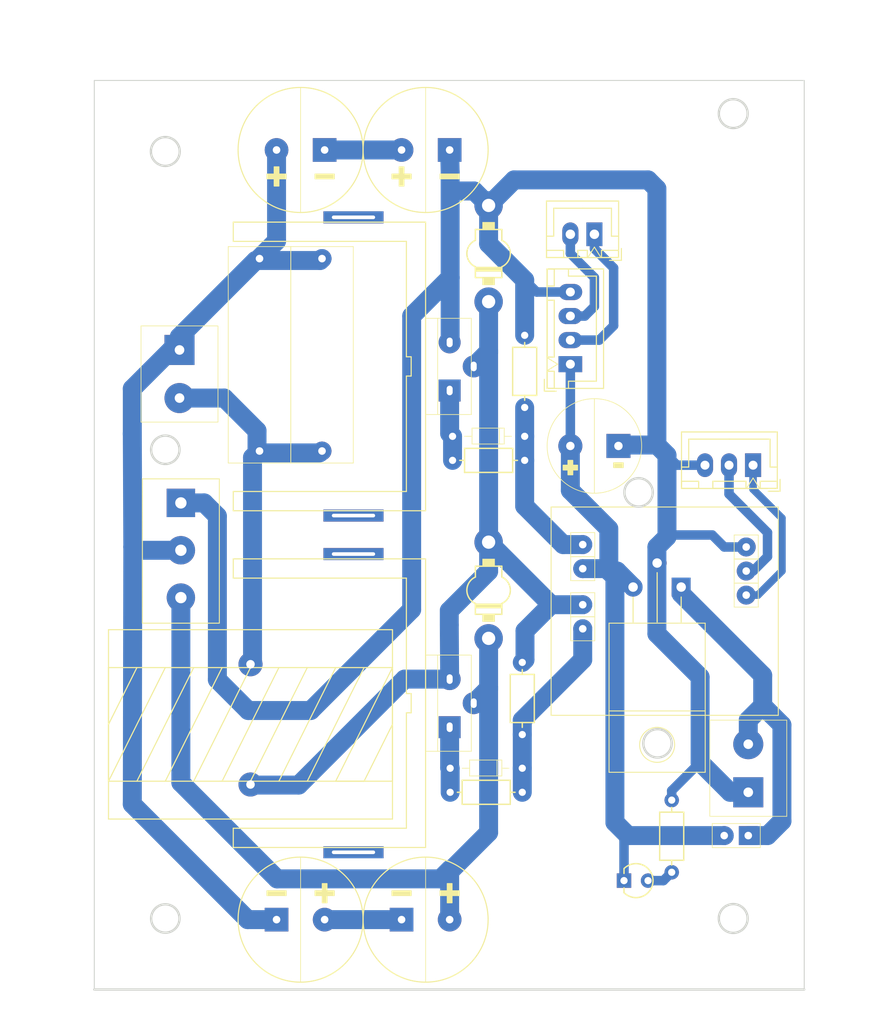
<source format=kicad_pcb>
(kicad_pcb (version 20171130) (host pcbnew "(5.1.5)-3")

  (general
    (thickness 1.6)
    (drawings 36)
    (tracks 154)
    (zones 0)
    (modules 37)
    (nets 19)
  )

  (page A4)
  (layers
    (0 F.Cu signal)
    (31 B.Cu signal)
    (32 B.Adhes user hide)
    (33 F.Adhes user hide)
    (34 B.Paste user hide)
    (35 F.Paste user hide)
    (36 B.SilkS user)
    (37 F.SilkS user)
    (38 B.Mask user hide)
    (39 F.Mask user hide)
    (40 Dwgs.User user)
    (41 Cmts.User user hide)
    (42 Eco1.User user hide)
    (43 Eco2.User user)
    (44 Edge.Cuts user)
    (45 Margin user hide)
    (46 B.CrtYd user hide)
    (47 F.CrtYd user hide)
    (48 B.Fab user hide)
    (49 F.Fab user hide)
  )

  (setup
    (last_trace_width 0.8)
    (user_trace_width 0.8)
    (user_trace_width 1)
    (user_trace_width 2)
    (trace_clearance 0.2)
    (zone_clearance 0.508)
    (zone_45_only no)
    (trace_min 0.2)
    (via_size 1.2)
    (via_drill 0.6)
    (via_min_size 0.4)
    (via_min_drill 0.3)
    (uvia_size 0.3)
    (uvia_drill 0.1)
    (uvias_allowed no)
    (uvia_min_size 0.2)
    (uvia_min_drill 0.1)
    (edge_width 0.05)
    (segment_width 0.2)
    (pcb_text_width 0.3)
    (pcb_text_size 1.5 1.5)
    (mod_edge_width 0.12)
    (mod_text_size 1 1)
    (mod_text_width 0.15)
    (pad_size 1.524 1.524)
    (pad_drill 0.762)
    (pad_to_mask_clearance 0.051)
    (solder_mask_min_width 0.25)
    (aux_axis_origin 0 0)
    (visible_elements 7FFFF7FF)
    (pcbplotparams
      (layerselection 0x010fc_ffffffff)
      (usegerberextensions false)
      (usegerberattributes false)
      (usegerberadvancedattributes false)
      (creategerberjobfile false)
      (excludeedgelayer true)
      (linewidth 0.100000)
      (plotframeref false)
      (viasonmask false)
      (mode 1)
      (useauxorigin false)
      (hpglpennumber 1)
      (hpglpenspeed 20)
      (hpglpendiameter 15.000000)
      (psnegative false)
      (psa4output false)
      (plotreference true)
      (plotvalue true)
      (plotinvisibletext false)
      (padsonsilk false)
      (subtractmaskfromsilk false)
      (outputformat 1)
      (mirror false)
      (drillshape 1)
      (scaleselection 1)
      (outputdirectory ""))
  )

  (net 0 "")
  (net 1 GND)
  (net 2 "Net-(D2-Pad2)")
  (net 3 "Net-(D3-Pad2)")
  (net 4 "Net-(J1-Pad2)")
  (net 5 "Net-(J1-Pad1)")
  (net 6 VCC)
  (net 7 "Net-(CP5-Pad1)")
  (net 8 VAA)
  (net 9 "Net-(CP7-Pad1)")
  (net 10 "Net-(D2-Pad1)")
  (net 11 "Net-(D3-Pad1)")
  (net 12 "Net-(J3-Pad2)")
  (net 13 "Net-(J3-Pad3)")
  (net 14 "Net-(C1-Pad2)")
  (net 15 +12V)
  (net 16 "Net-(D4-Pad2)")
  (net 17 "Net-(J5-Pad2)")
  (net 18 "Net-(D1-Pad2)")

  (net_class Default "Questo è il gruppo di collegamenti predefinito"
    (clearance 0.2)
    (trace_width 0.8)
    (via_dia 1.2)
    (via_drill 0.6)
    (uvia_dia 0.3)
    (uvia_drill 0.1)
    (add_net +12V)
    (add_net GND)
    (add_net "Net-(C1-Pad2)")
    (add_net "Net-(CP5-Pad1)")
    (add_net "Net-(CP7-Pad1)")
    (add_net "Net-(D1-Pad2)")
    (add_net "Net-(D2-Pad1)")
    (add_net "Net-(D2-Pad2)")
    (add_net "Net-(D3-Pad1)")
    (add_net "Net-(D3-Pad2)")
    (add_net "Net-(D4-Pad2)")
    (add_net "Net-(J1-Pad1)")
    (add_net "Net-(J1-Pad2)")
    (add_net "Net-(J3-Pad2)")
    (add_net "Net-(J3-Pad3)")
    (add_net "Net-(J5-Pad2)")
    (add_net VAA)
    (add_net VCC)
  )

  (module Condensatori:CP_D13_P5.08 (layer F.Cu) (tedit 5E86F933) (tstamp 5E85EF59)
    (at 52.6 31.2 180)
    (descr "Radial Electrolytic Capacitor, Diameter 6.3mm x Length 11.2mm, Pitch 2.5mm")
    (tags "Electrolytic Capacitor")
    (path /5E860F7B)
    (fp_text reference CP8 (at 1.524 -4.572) (layer Eco1.User)
      (effects (font (size 1 1) (thickness 0.15)))
    )
    (fp_text value 1000u_50V (at -7.672 0.24 90) (layer Eco2.User)
      (effects (font (size 1 1) (thickness 0.15)))
    )
    (fp_poly (pts (xy 2.794 -3.048) (xy 3.556 -3.048) (xy 3.556 -2.54) (xy 2.794 -2.54)
      (xy 2.794 -1.778) (xy 2.286 -1.778) (xy 2.286 -2.54) (xy 1.524 -2.54)
      (xy 1.524 -3.048) (xy 2.286 -3.048) (xy 2.286 -3.81) (xy 2.794 -3.81)) (layer F.SilkS) (width 0.1))
    (fp_poly (pts (xy -1.524 -2.54) (xy -3.556 -2.54) (xy -3.556 -3.048) (xy -1.524 -3.048)) (layer F.SilkS) (width 0.1))
    (fp_circle (center 0 0) (end 6.604 0) (layer F.SilkS) (width 0.12))
    (fp_line (start 0 -6.604) (end 0 6.604) (layer F.SilkS) (width 0.075))
    (pad 2 thru_hole circle (at 2.54 0 180) (size 2.5 2.5) (drill 0.8) (layers *.Cu *.Mask)
      (net 9 "Net-(CP7-Pad1)"))
    (pad 1 thru_hole rect (at -2.54 0 180) (size 2.5 2.5) (drill 0.8) (layers *.Cu *.Mask)
      (net 1 GND))
    (model ${MODELS}/CP_D13_P5.08.wrl
      (offset (xyz -2.539999961853027 0 0))
      (scale (xyz 1 1 1))
      (rotate (xyz 0 0 0))
    )
  )

  (module Condensatori:CP_D10_P5.08 (layer F.Cu) (tedit 5E870157) (tstamp 5E85EF29)
    (at 72.972 62.456 180)
    (descr "Radial Electrolytic Capacitor Diameter 10mm x Length 13mm, Pitch 5mm")
    (tags "Electrolytic Capacitor")
    (path /5E8B3FCB)
    (fp_text reference CP2 (at 2.54 -2.54) (layer Eco1.User)
      (effects (font (size 1 1) (thickness 0.15)))
    )
    (fp_text value 1000u_16V (at 2.54 2.54) (layer Eco2.User)
      (effects (font (size 1 1) (thickness 0.15)))
    )
    (fp_poly (pts (xy 0.508 -1.778) (xy -0.508 -1.778) (xy -0.508 -2.286) (xy 0.508 -2.286)) (layer F.SilkS) (width 0.1))
    (fp_poly (pts (xy 5.334 -2.54) (xy 5.842 -2.54) (xy 5.842 -2.032) (xy 5.334 -2.032)
      (xy 5.334 -1.524) (xy 4.826 -1.524) (xy 4.826 -2.032) (xy 4.318 -2.032)
      (xy 4.318 -2.54) (xy 4.826 -2.54) (xy 4.826 -3.048) (xy 5.334 -3.048)) (layer F.SilkS) (width 0.1))
    (fp_circle (center 2.54 0) (end 7.493 0.635) (layer F.SilkS) (width 0.075))
    (fp_line (start 2.54 -4.953) (end 2.54 4.953) (layer F.SilkS) (width 0.075))
    (pad 1 thru_hole rect (at 0 0 180) (size 2.54 2.54) (drill 0.889) (layers *.Cu *.Mask)
      (net 1 GND))
    (pad 2 thru_hole circle (at 5.08 0 180) (size 2.54 2.54) (drill 0.889) (layers *.Cu *.Mask)
      (net 15 +12V))
    (model ${MODELS}/CP_D10_P5.08.wrl
      (at (xyz 0 0 0))
      (scale (xyz 1 1 1))
      (rotate (xyz 0 0 0))
    )
  )

  (module TO:TO-220_3H_FWD (layer F.Cu) (tedit 5B8A3D14) (tstamp 5E86F195)
    (at 79.6 77.36 180)
    (descr "TO-220-3, Horizontal, RM 2.54mm")
    (tags "TO-220-3 Horizontal RM 2.54mm")
    (path /5E882797)
    (fp_text reference U2 (at 2.54 -20.58) (layer Eco1.User)
      (effects (font (size 1 1) (thickness 0.15)))
    )
    (fp_text value L7812 (at 8.66 -16.592 270) (layer Eco2.User)
      (effects (font (size 1 1) (thickness 0.15)))
    )
    (fp_line (start -2.54 -19.558) (end 7.62 -19.558) (layer F.SilkS) (width 0.1))
    (fp_line (start -2.54 -3.81) (end -2.54 -19.558) (layer F.SilkS) (width 0.1))
    (fp_line (start -2.54 -13.081) (end 7.62 -13.081) (layer F.SilkS) (width 0.1))
    (fp_line (start 7.62 -19.558) (end 7.62 -3.81) (layer F.SilkS) (width 0.1))
    (fp_line (start 7.62 -3.81) (end -2.54 -3.81) (layer F.SilkS) (width 0.1))
    (fp_line (start 0 -3.69) (end 0 -1.05) (layer F.SilkS) (width 0.12))
    (fp_line (start 2.54 -3.69) (end 2.54 1.524) (layer F.SilkS) (width 0.12))
    (fp_line (start 5.08 -3.69) (end 5.08 -1.066) (layer F.SilkS) (width 0.12))
    (fp_circle (center 2.54 -16.66) (end 4.39 -16.66) (layer F.SilkS) (width 0.1))
    (pad 1 thru_hole rect (at 0 0 180) (size 2 2) (drill 1) (layers *.Cu *.Mask)
      (net 17 "Net-(J5-Pad2)"))
    (pad 2 thru_hole circle (at 2.54 2.54 180) (size 2 2) (drill 1) (layers *.Cu *.Mask)
      (net 1 GND))
    (pad 3 thru_hole circle (at 5.08 0 180) (size 2 2) (drill 1) (layers *.Cu *.Mask)
      (net 15 +12V))
    (model ${MODELS}/TO-220_3H.wrl
      (offset (xyz 2.54 0 0))
      (scale (xyz 0.3937 0.3937 0.3937))
      (rotate (xyz 90 0 0))
    )
  )

  (module Connettori:1x1-Pin (layer F.Cu) (tedit 5E00B84F) (tstamp 5E86F4A6)
    (at 86.472 78.208 180)
    (descr "module 1 pin (ou trou mecanique de percage)")
    (tags DEV)
    (path /5E87BFDD)
    (fp_text reference J7 (at 0 -1.8) (layer Eco1.User)
      (effects (font (size 0.5 0.5) (thickness 0.1)))
    )
    (fp_text value PWM (at -4.128 -2.152 90) (layer Eco2.User)
      (effects (font (size 1 1) (thickness 0.15)))
    )
    (fp_line (start -1.27 -1.27) (end 1.27 -1.27) (layer F.SilkS) (width 0.075))
    (fp_line (start 1.27 -1.27) (end 1.27 1.27) (layer F.SilkS) (width 0.075))
    (fp_line (start 1.27 1.27) (end -1.27 1.27) (layer F.SilkS) (width 0.075))
    (fp_line (start -1.27 1.27) (end -1.27 -1.27) (layer F.SilkS) (width 0.075))
    (pad 1 thru_hole circle (at 0 0 180) (size 2 2) (drill 0.8) (layers *.Cu *.Mask)
      (net 5 "Net-(J1-Pad1)"))
    (model ${MODELS}/1x1-Pin.wrl
      (at (xyz 0 0 0))
      (scale (xyz 1 1 1))
      (rotate (xyz 0 0 0))
    )
  )

  (module Dissipatori:Heatsink_30x20x50 (layer F.Cu) (tedit 5E87065A) (tstamp 5E85E84E)
    (at 32.28 104.86 90)
    (fp_text reference REF** (at 3.048 19.304 90) (layer Eco1.User)
      (effects (font (size 1 1) (thickness 0.15)))
    )
    (fp_text value Heatsink_30x20x50 (at 20.32 19.304 90) (layer Eco2.User)
      (effects (font (size 1 1) (thickness 0.15)))
    )
    (fp_line (start 16.256 18.288) (end 28.448 18.288) (layer F.SilkS) (width 0.12))
    (fp_line (start 16.256 18.796) (end 16.256 18.288) (layer F.SilkS) (width 0.12))
    (fp_line (start 14.224 18.796) (end 16.256 18.796) (layer F.SilkS) (width 0.12))
    (fp_line (start 14.224 18.288) (end 14.224 18.796) (layer F.SilkS) (width 0.12))
    (fp_line (start 0 20.32) (end 0 0) (layer F.SilkS) (width 0.12))
    (fp_line (start 30.48 20.32) (end 0 20.32) (layer F.SilkS) (width 0.12))
    (fp_line (start 30.48 0) (end 30.48 20.32) (layer F.SilkS) (width 0.12))
    (fp_line (start 28.448 0) (end 30.48 0) (layer F.SilkS) (width 0.12))
    (fp_line (start 28.448 18.288) (end 28.448 0) (layer F.SilkS) (width 0.12))
    (fp_line (start 2.032 18.288) (end 14.224 18.288) (layer F.SilkS) (width 0.12))
    (fp_line (start 2.032 0) (end 2.032 18.288) (layer F.SilkS) (width 0.12))
    (fp_line (start 0 0) (end 2.032 0) (layer F.SilkS) (width 0.12))
    (pad "" thru_hole rect (at -0.508 12.7 90) (size 1.27 6.35) (drill oval 0.381 4.572) (layers *.Cu *.Mask))
    (pad "" thru_hole rect (at 30.988 12.7 90) (size 1.27 6.35) (drill oval 0.381 4.572) (layers *.Cu *.Mask))
    (model ${MODELS}/Heatsink_30x20x50.wrl
      (at (xyz 0 0 0))
      (scale (xyz 0.4 0.4 0.4))
      (rotate (xyz 0 0 0))
    )
  )

  (module Dissipatori:Heatsink_30x20x50 (layer F.Cu) (tedit 5E87065A) (tstamp 5E85E883)
    (at 32.28 69.3 90)
    (fp_text reference REF** (at 3.048 19.304 90) (layer Eco1.User)
      (effects (font (size 1 1) (thickness 0.15)))
    )
    (fp_text value Heatsink_30x20x50 (at 20.32 19.304 90) (layer Eco2.User)
      (effects (font (size 1 1) (thickness 0.15)))
    )
    (fp_line (start 16.256 18.288) (end 28.448 18.288) (layer F.SilkS) (width 0.12))
    (fp_line (start 16.256 18.796) (end 16.256 18.288) (layer F.SilkS) (width 0.12))
    (fp_line (start 14.224 18.796) (end 16.256 18.796) (layer F.SilkS) (width 0.12))
    (fp_line (start 14.224 18.288) (end 14.224 18.796) (layer F.SilkS) (width 0.12))
    (fp_line (start 0 20.32) (end 0 0) (layer F.SilkS) (width 0.12))
    (fp_line (start 30.48 20.32) (end 0 20.32) (layer F.SilkS) (width 0.12))
    (fp_line (start 30.48 0) (end 30.48 20.32) (layer F.SilkS) (width 0.12))
    (fp_line (start 28.448 0) (end 30.48 0) (layer F.SilkS) (width 0.12))
    (fp_line (start 28.448 18.288) (end 28.448 0) (layer F.SilkS) (width 0.12))
    (fp_line (start 2.032 18.288) (end 14.224 18.288) (layer F.SilkS) (width 0.12))
    (fp_line (start 2.032 0) (end 2.032 18.288) (layer F.SilkS) (width 0.12))
    (fp_line (start 0 0) (end 2.032 0) (layer F.SilkS) (width 0.12))
    (pad "" thru_hole rect (at -0.508 12.7 90) (size 1.27 6.35) (drill oval 0.381 4.572) (layers *.Cu *.Mask))
    (pad "" thru_hole rect (at 30.988 12.7 90) (size 1.27 6.35) (drill oval 0.381 4.572) (layers *.Cu *.Mask))
    (model ${MODELS}/Heatsink_30x20x50.wrl
      (at (xyz 0 0 0))
      (scale (xyz 0.4 0.4 0.4))
      (rotate (xyz 0 0 0))
    )
  )

  (module Condensatori:CP_D13_P5.08 (layer F.Cu) (tedit 5E86F933) (tstamp 5E85EF41)
    (at 52.6 112.48)
    (descr "Radial Electrolytic Capacitor, Diameter 6.3mm x Length 11.2mm, Pitch 2.5mm")
    (tags "Electrolytic Capacitor")
    (path /5E85FF1A)
    (fp_text reference CP5 (at -2.921 -3.302) (layer Eco1.User)
      (effects (font (size 1 1) (thickness 0.15)))
    )
    (fp_text value 1000u_50V (at 7.164 -0.24 90) (layer Eco2.User)
      (effects (font (size 1 1) (thickness 0.15)))
    )
    (fp_poly (pts (xy 2.794 -3.048) (xy 3.556 -3.048) (xy 3.556 -2.54) (xy 2.794 -2.54)
      (xy 2.794 -1.778) (xy 2.286 -1.778) (xy 2.286 -2.54) (xy 1.524 -2.54)
      (xy 1.524 -3.048) (xy 2.286 -3.048) (xy 2.286 -3.81) (xy 2.794 -3.81)) (layer F.SilkS) (width 0.1))
    (fp_poly (pts (xy -1.524 -2.54) (xy -3.556 -2.54) (xy -3.556 -3.048) (xy -1.524 -3.048)) (layer F.SilkS) (width 0.1))
    (fp_circle (center 0 0) (end 6.604 0) (layer F.SilkS) (width 0.12))
    (fp_line (start 0 -6.604) (end 0 6.604) (layer F.SilkS) (width 0.075))
    (pad 2 thru_hole circle (at 2.54 0) (size 2.5 2.5) (drill 0.8) (layers *.Cu *.Mask)
      (net 6 VCC))
    (pad 1 thru_hole rect (at -2.54 0) (size 2.5 2.5) (drill 0.8) (layers *.Cu *.Mask)
      (net 7 "Net-(CP5-Pad1)"))
    (model ${MODELS}/CP_D13_P5.08.wrl
      (offset (xyz -2.539999961853027 0 0))
      (scale (xyz 1 1 1))
      (rotate (xyz 0 0 0))
    )
  )

  (module Condensatori:CP_D13_P5.08 (layer F.Cu) (tedit 5E86F933) (tstamp 5E85EF49)
    (at 39.392 112.48)
    (descr "Radial Electrolytic Capacitor, Diameter 6.3mm x Length 11.2mm, Pitch 2.5mm")
    (tags "Electrolytic Capacitor")
    (path /5E74645E)
    (fp_text reference CP6 (at -2.921 -3.302) (layer Eco1.User)
      (effects (font (size 1 1) (thickness 0.15)))
    )
    (fp_text value 1000u_50V (at -7.568 -0.24 90) (layer Eco2.User)
      (effects (font (size 1 1) (thickness 0.15)))
    )
    (fp_poly (pts (xy 2.794 -3.048) (xy 3.556 -3.048) (xy 3.556 -2.54) (xy 2.794 -2.54)
      (xy 2.794 -1.778) (xy 2.286 -1.778) (xy 2.286 -2.54) (xy 1.524 -2.54)
      (xy 1.524 -3.048) (xy 2.286 -3.048) (xy 2.286 -3.81) (xy 2.794 -3.81)) (layer F.SilkS) (width 0.1))
    (fp_poly (pts (xy -1.524 -2.54) (xy -3.556 -2.54) (xy -3.556 -3.048) (xy -1.524 -3.048)) (layer F.SilkS) (width 0.1))
    (fp_circle (center 0 0) (end 6.604 0) (layer F.SilkS) (width 0.12))
    (fp_line (start 0 -6.604) (end 0 6.604) (layer F.SilkS) (width 0.075))
    (pad 2 thru_hole circle (at 2.54 0) (size 2.5 2.5) (drill 0.8) (layers *.Cu *.Mask)
      (net 7 "Net-(CP5-Pad1)"))
    (pad 1 thru_hole rect (at -2.54 0) (size 2.5 2.5) (drill 0.8) (layers *.Cu *.Mask)
      (net 8 VAA))
    (model ${MODELS}/CP_D13_P5.08.wrl
      (offset (xyz -2.539999961853027 0 0))
      (scale (xyz 1 1 1))
      (rotate (xyz 0 0 0))
    )
  )

  (module Condensatori:CP_D13_P5.08 (layer F.Cu) (tedit 5E86F933) (tstamp 5E85EF51)
    (at 39.392 31.2 180)
    (descr "Radial Electrolytic Capacitor, Diameter 6.3mm x Length 11.2mm, Pitch 2.5mm")
    (tags "Electrolytic Capacitor")
    (path /5E74699C)
    (fp_text reference CP7 (at -2.921 -3.302) (layer Eco1.User)
      (effects (font (size 1 1) (thickness 0.15)))
    )
    (fp_text value 1000u_50V (at 7.568 0.24 270) (layer Eco2.User)
      (effects (font (size 1 1) (thickness 0.15)))
    )
    (fp_poly (pts (xy 2.794 -3.048) (xy 3.556 -3.048) (xy 3.556 -2.54) (xy 2.794 -2.54)
      (xy 2.794 -1.778) (xy 2.286 -1.778) (xy 2.286 -2.54) (xy 1.524 -2.54)
      (xy 1.524 -3.048) (xy 2.286 -3.048) (xy 2.286 -3.81) (xy 2.794 -3.81)) (layer F.SilkS) (width 0.1))
    (fp_poly (pts (xy -1.524 -2.54) (xy -3.556 -2.54) (xy -3.556 -3.048) (xy -1.524 -3.048)) (layer F.SilkS) (width 0.1))
    (fp_circle (center 0 0) (end 6.604 0) (layer F.SilkS) (width 0.12))
    (fp_line (start 0 -6.604) (end 0 6.604) (layer F.SilkS) (width 0.075))
    (pad 2 thru_hole circle (at 2.54 0 180) (size 2.5 2.5) (drill 0.8) (layers *.Cu *.Mask)
      (net 8 VAA))
    (pad 1 thru_hole rect (at -2.54 0 180) (size 2.5 2.5) (drill 0.8) (layers *.Cu *.Mask)
      (net 9 "Net-(CP7-Pad1)"))
    (model ${MODELS}/CP_D13_P5.08.wrl
      (offset (xyz -2.539999961853027 0 0))
      (scale (xyz 1 1 1))
      (rotate (xyz 0 0 0))
    )
  )

  (module DO:DO-35 (layer F.Cu) (tedit 5E85D529) (tstamp 5E8685B2)
    (at 59.002 96.492 180)
    (path /5E71DA77)
    (fp_text reference D2 (at 0 0) (layer Eco1.User)
      (effects (font (size 1 1) (thickness 0.15)))
    )
    (fp_text value 1N4148 (at 0 0) (layer Eco2.User)
      (effects (font (size 1 1) (thickness 0.15)))
    )
    (fp_line (start -1.651 0) (end -2.413 0) (layer F.SilkS) (width 0.075))
    (fp_line (start 1.778 0) (end 2.54 0) (layer F.SilkS) (width 0.075))
    (fp_line (start -1.143 -0.8128) (end -1.143 0.8636) (layer F.SilkS) (width 0.075))
    (fp_line (start -1.651 -0.8128) (end 1.7526 -0.8128) (layer F.SilkS) (width 0.075))
    (fp_line (start -1.651 0.8636) (end -1.651 -0.8128) (layer F.SilkS) (width 0.075))
    (fp_line (start 1.7526 0.8636) (end -1.651 0.8636) (layer F.SilkS) (width 0.075))
    (fp_line (start 1.7526 -0.8128) (end 1.7526 0.8636) (layer F.SilkS) (width 0.075))
    (pad 1 thru_hole circle (at -3.81 0 180) (size 1.524 1.524) (drill 0.762) (layers *.Cu *.Mask)
      (net 10 "Net-(D2-Pad1)"))
    (pad 2 thru_hole circle (at 3.81 0 180) (size 1.524 1.524) (drill 0.762) (layers *.Cu *.Mask)
      (net 2 "Net-(D2-Pad2)"))
    (model ${MODELS}/DO-35H.wrl
      (offset (xyz -3.81 0 0))
      (scale (xyz 0.4 0.4 0.4))
      (rotate (xyz 0 0 0))
    )
  )

  (module DO:DO-35 (layer F.Cu) (tedit 5E85D529) (tstamp 5E85EF84)
    (at 59.256 61.44 180)
    (path /5E7256A5)
    (fp_text reference D3 (at 0 0) (layer Eco1.User)
      (effects (font (size 1 1) (thickness 0.15)))
    )
    (fp_text value 1N4148 (at 0 0) (layer Eco2.User)
      (effects (font (size 1 1) (thickness 0.15)))
    )
    (fp_line (start -1.651 0) (end -2.413 0) (layer F.SilkS) (width 0.075))
    (fp_line (start 1.778 0) (end 2.54 0) (layer F.SilkS) (width 0.075))
    (fp_line (start -1.143 -0.8128) (end -1.143 0.8636) (layer F.SilkS) (width 0.075))
    (fp_line (start -1.651 -0.8128) (end 1.7526 -0.8128) (layer F.SilkS) (width 0.075))
    (fp_line (start -1.651 0.8636) (end -1.651 -0.8128) (layer F.SilkS) (width 0.075))
    (fp_line (start 1.7526 0.8636) (end -1.651 0.8636) (layer F.SilkS) (width 0.075))
    (fp_line (start 1.7526 -0.8128) (end 1.7526 0.8636) (layer F.SilkS) (width 0.075))
    (pad 1 thru_hole circle (at -3.81 0 180) (size 1.524 1.524) (drill 0.762) (layers *.Cu *.Mask)
      (net 11 "Net-(D3-Pad1)"))
    (pad 2 thru_hole circle (at 3.81 0 180) (size 1.524 1.524) (drill 0.762) (layers *.Cu *.Mask)
      (net 3 "Net-(D3-Pad2)"))
    (model ${MODELS}/DO-35H.wrl
      (offset (xyz -3.81 0 0))
      (scale (xyz 0.4 0.4 0.4))
      (rotate (xyz 0 0 0))
    )
  )

  (module SOD:SOD-64 (layer F.Cu) (tedit 5E85D566) (tstamp 5E86820F)
    (at 59.256 77.696 90)
    (descr "<B>DIODE</B><p>diameter 4.8 mm, vertical, grid 10.16 mm")
    (path /5E79239C)
    (fp_text reference D4 (at 0.762 0.127 90) (layer Eco1.User)
      (effects (font (size 1 1) (thickness 0.15)))
    )
    (fp_text value BYV-100 (at 0 -3.048 90) (layer Eco2.User)
      (effects (font (size 1 1) (thickness 0.15)))
    )
    (fp_poly (pts (xy -3.3319 -0.6604) (xy -2.54 -0.6604) (xy -2.54 0.661293) (xy -3.3319 0.661293)) (layer F.SilkS) (width 0))
    (fp_poly (pts (xy 2.54481 -0.6604) (xy 3.3274 -0.6604) (xy 3.3274 0.661651) (xy 2.54481 0.661651)) (layer F.SilkS) (width 0))
    (fp_poly (pts (xy -1.911 -1.397) (xy -1.397 -1.397) (xy -1.397 1.40141) (xy -1.911 1.40141)) (layer F.SilkS) (width 0))
    (fp_line (start 1.397 1.397) (end 2.54 1.397) (layer F.SilkS) (width 0.1524))
    (fp_line (start -2.54 1.397) (end -1.397 1.397) (layer F.SilkS) (width 0.1524))
    (fp_line (start 2.54 -1.397) (end 1.397 -1.397) (layer F.SilkS) (width 0.1524))
    (fp_line (start -2.54 -1.397) (end -1.397 -1.397) (layer F.SilkS) (width 0.1524))
    (fp_arc (start 0 0.761999) (end 1.397 1.397) (angle 131.1) (layer F.SilkS) (width 0.1524))
    (fp_arc (start 0 -0.761999) (end 1.397 -1.397) (angle -131.1) (layer F.SilkS) (width 0.1524))
    (fp_line (start 2.54 1.397) (end 2.54 -1.397) (layer F.SilkS) (width 0.1524))
    (fp_line (start -2.54 -1.397) (end -2.54 1.397) (layer F.SilkS) (width 0.1524))
    (pad 2 thru_hole circle (at 5.08 0 90) (size 3 3) (drill 1.4) (layers *.Cu *.Mask)
      (net 16 "Net-(D4-Pad2)"))
    (pad 1 thru_hole circle (at -5.08 0 90) (size 3 3) (drill 1.4) (layers *.Cu *.Mask)
      (net 6 VCC))
  )

  (module SOD:SOD-64 (layer F.Cu) (tedit 5E85D566) (tstamp 5E85EFA6)
    (at 59.256 42.136 90)
    (descr "<B>DIODE</B><p>diameter 4.8 mm, vertical, grid 10.16 mm")
    (path /5E792C41)
    (fp_text reference D5 (at 0.762 0.127 90) (layer Eco1.User)
      (effects (font (size 1 1) (thickness 0.15)))
    )
    (fp_text value BYV-100 (at 0 -3.048 90) (layer Eco2.User)
      (effects (font (size 1 1) (thickness 0.15)))
    )
    (fp_poly (pts (xy -3.3319 -0.6604) (xy -2.54 -0.6604) (xy -2.54 0.661293) (xy -3.3319 0.661293)) (layer F.SilkS) (width 0))
    (fp_poly (pts (xy 2.54481 -0.6604) (xy 3.3274 -0.6604) (xy 3.3274 0.661651) (xy 2.54481 0.661651)) (layer F.SilkS) (width 0))
    (fp_poly (pts (xy -1.911 -1.397) (xy -1.397 -1.397) (xy -1.397 1.40141) (xy -1.911 1.40141)) (layer F.SilkS) (width 0))
    (fp_line (start 1.397 1.397) (end 2.54 1.397) (layer F.SilkS) (width 0.1524))
    (fp_line (start -2.54 1.397) (end -1.397 1.397) (layer F.SilkS) (width 0.1524))
    (fp_line (start 2.54 -1.397) (end 1.397 -1.397) (layer F.SilkS) (width 0.1524))
    (fp_line (start -2.54 -1.397) (end -1.397 -1.397) (layer F.SilkS) (width 0.1524))
    (fp_arc (start 0 0.761999) (end 1.397 1.397) (angle 131.1) (layer F.SilkS) (width 0.1524))
    (fp_arc (start 0 -0.761999) (end 1.397 -1.397) (angle -131.1) (layer F.SilkS) (width 0.1524))
    (fp_line (start 2.54 1.397) (end 2.54 -1.397) (layer F.SilkS) (width 0.1524))
    (fp_line (start -2.54 -1.397) (end -2.54 1.397) (layer F.SilkS) (width 0.1524))
    (pad 2 thru_hole circle (at 5.08 0 90) (size 3 3) (drill 1.4) (layers *.Cu *.Mask)
      (net 1 GND))
    (pad 1 thru_hole circle (at -5.08 0 90) (size 3 3) (drill 1.4) (layers *.Cu *.Mask)
      (net 16 "Net-(D4-Pad2)"))
  )

  (module Connettori_JST_XH:1x03_P2.54 (layer F.Cu) (tedit 5E8067DE) (tstamp 5E85EFC7)
    (at 87.196 64.488 180)
    (descr "JST XH series connector, B3B-XH-A (http://www.jst-mfg.com/product/pdf/eng/eXH.pdf), generated with kicad-footprint-generator")
    (tags "connector JST XH vertical")
    (path /5E7C38FD)
    (fp_text reference J1 (at 2.5 -3.55) (layer Eco1.User)
      (effects (font (size 1 1) (thickness 0.15)))
    )
    (fp_text value PWM (at -3.404 0.128 270) (layer Eco2.User)
      (effects (font (size 1 1) (thickness 0.15)))
    )
    (fp_line (start -2.85 -2.75) (end -2.85 -1.5) (layer F.SilkS) (width 0.12))
    (fp_line (start -1.6 -2.75) (end -2.85 -2.75) (layer F.SilkS) (width 0.12))
    (fp_line (start 6.8 2.75) (end 2.5 2.75) (layer F.SilkS) (width 0.12))
    (fp_line (start 6.8 -0.2) (end 6.8 2.75) (layer F.SilkS) (width 0.12))
    (fp_line (start 7.55 -0.2) (end 6.8 -0.2) (layer F.SilkS) (width 0.12))
    (fp_line (start -1.8 2.75) (end 2.5 2.75) (layer F.SilkS) (width 0.12))
    (fp_line (start -1.8 -0.2) (end -1.8 2.75) (layer F.SilkS) (width 0.12))
    (fp_line (start -2.55 -0.2) (end -1.8 -0.2) (layer F.SilkS) (width 0.12))
    (fp_line (start 7.55 -2.45) (end 5.75 -2.45) (layer F.SilkS) (width 0.12))
    (fp_line (start 7.55 -1.7) (end 7.55 -2.45) (layer F.SilkS) (width 0.12))
    (fp_line (start 5.75 -1.7) (end 7.55 -1.7) (layer F.SilkS) (width 0.12))
    (fp_line (start 5.75 -2.45) (end 5.75 -1.7) (layer F.SilkS) (width 0.12))
    (fp_line (start -0.75 -2.45) (end -2.55 -2.45) (layer F.SilkS) (width 0.12))
    (fp_line (start -0.75 -1.7) (end -0.75 -2.45) (layer F.SilkS) (width 0.12))
    (fp_line (start -2.55 -1.7) (end -0.75 -1.7) (layer F.SilkS) (width 0.12))
    (fp_line (start -2.55 -2.45) (end -2.55 -1.7) (layer F.SilkS) (width 0.12))
    (fp_line (start 4.25 -2.45) (end 0.75 -2.45) (layer F.SilkS) (width 0.12))
    (fp_line (start 4.25 -1.7) (end 4.25 -2.45) (layer F.SilkS) (width 0.12))
    (fp_line (start 0.75 -1.7) (end 4.25 -1.7) (layer F.SilkS) (width 0.12))
    (fp_line (start 0.75 -2.45) (end 0.75 -1.7) (layer F.SilkS) (width 0.12))
    (fp_line (start 0 -1.35) (end 0.625 -2.35) (layer F.SilkS) (width 0.1))
    (fp_line (start -0.625 -2.35) (end 0 -1.35) (layer F.SilkS) (width 0.1))
    (fp_line (start 7.56 -2.46) (end -2.56 -2.46) (layer F.SilkS) (width 0.12))
    (fp_line (start 7.56 3.51) (end 7.56 -2.46) (layer F.SilkS) (width 0.12))
    (fp_line (start -2.56 3.51) (end 7.56 3.51) (layer F.SilkS) (width 0.12))
    (fp_line (start -2.56 -2.46) (end -2.56 3.51) (layer F.SilkS) (width 0.12))
    (pad 3 thru_hole oval (at 5.08 0 180) (size 1.7 2.5) (drill 0.95) (layers *.Cu *.Mask)
      (net 1 GND))
    (pad 2 thru_hole oval (at 2.54 0 180) (size 1.7 2.5) (drill 0.95) (layers *.Cu *.Mask)
      (net 4 "Net-(J1-Pad2)"))
    (pad 1 thru_hole rect (at 0 0 180) (size 1.7 2.5) (drill 0.95) (layers *.Cu *.Mask)
      (net 5 "Net-(J1-Pad1)"))
    (model ${MODELS}/JST_XH_1x03_P2.54.wrl
      (at (xyz 0 0 0))
      (scale (xyz 1 1 1))
      (rotate (xyz 0 0 0))
    )
  )

  (module Connettori_JST_XH:1x04_P2.54 (layer F.Cu) (tedit 5E806819) (tstamp 5E85EFF4)
    (at 67.892 53.82 90)
    (descr "JST XH series connector, B4B-XH-A (http://www.jst-mfg.com/product/pdf/eng/eXH.pdf), generated with kicad-footprint-generator")
    (tags "connector JST XH vertical")
    (path /5E76C93E)
    (fp_text reference J3 (at -2.032 4.572 90) (layer Eco1.User)
      (effects (font (size 1 1) (thickness 0.15)))
    )
    (fp_text value CTRL (at 4.064 2.356 90) (layer Eco2.User)
      (effects (font (size 1 1) (thickness 0.15)))
    )
    (fp_line (start -2.56 -2.46) (end -2.56 3.51) (layer F.SilkS) (width 0.12))
    (fp_line (start -2.56 3.51) (end 10.06 3.51) (layer F.SilkS) (width 0.12))
    (fp_line (start 10.06 3.51) (end 10.06 -2.46) (layer F.SilkS) (width 0.12))
    (fp_line (start 10.06 -2.46) (end -2.56 -2.46) (layer F.SilkS) (width 0.12))
    (fp_line (start -0.625 -2.35) (end 0 -1.35) (layer F.SilkS) (width 0.1))
    (fp_line (start 0 -1.35) (end 0.625 -2.35) (layer F.SilkS) (width 0.1))
    (fp_line (start 0.75 -2.45) (end 0.75 -1.7) (layer F.SilkS) (width 0.12))
    (fp_line (start 0.75 -1.7) (end 6.75 -1.7) (layer F.SilkS) (width 0.12))
    (fp_line (start 6.75 -1.7) (end 6.75 -2.45) (layer F.SilkS) (width 0.12))
    (fp_line (start 6.75 -2.45) (end 0.75 -2.45) (layer F.SilkS) (width 0.12))
    (fp_line (start -2.55 -2.45) (end -2.55 -1.7) (layer F.SilkS) (width 0.12))
    (fp_line (start -2.55 -1.7) (end -0.75 -1.7) (layer F.SilkS) (width 0.12))
    (fp_line (start -0.75 -1.7) (end -0.75 -2.45) (layer F.SilkS) (width 0.12))
    (fp_line (start -0.75 -2.45) (end -2.55 -2.45) (layer F.SilkS) (width 0.12))
    (fp_line (start 8.25 -2.45) (end 8.25 -1.7) (layer F.SilkS) (width 0.12))
    (fp_line (start 8.25 -1.7) (end 10.05 -1.7) (layer F.SilkS) (width 0.12))
    (fp_line (start 10.05 -1.7) (end 10.05 -2.45) (layer F.SilkS) (width 0.12))
    (fp_line (start 10.05 -2.45) (end 8.25 -2.45) (layer F.SilkS) (width 0.12))
    (fp_line (start -2.55 -0.2) (end -1.8 -0.2) (layer F.SilkS) (width 0.12))
    (fp_line (start -1.8 -0.2) (end -1.8 2.75) (layer F.SilkS) (width 0.12))
    (fp_line (start -1.8 2.75) (end 3.75 2.75) (layer F.SilkS) (width 0.12))
    (fp_line (start 10.05 -0.2) (end 9.3 -0.2) (layer F.SilkS) (width 0.12))
    (fp_line (start 9.3 -0.2) (end 9.3 2.75) (layer F.SilkS) (width 0.12))
    (fp_line (start 9.3 2.75) (end 3.75 2.75) (layer F.SilkS) (width 0.12))
    (fp_line (start -1.6 -2.75) (end -2.85 -2.75) (layer F.SilkS) (width 0.12))
    (fp_line (start -2.85 -2.75) (end -2.85 -1.5) (layer F.SilkS) (width 0.12))
    (pad 1 thru_hole rect (at 0 0 90) (size 1.7 2.5) (drill 0.95) (layers *.Cu *.Mask)
      (net 15 +12V))
    (pad 2 thru_hole oval (at 2.54 0 90) (size 1.7 2.5) (drill 0.95) (layers *.Cu *.Mask)
      (net 12 "Net-(J3-Pad2)"))
    (pad 3 thru_hole oval (at 5.08 0 90) (size 1.7 2.5) (drill 0.95) (layers *.Cu *.Mask)
      (net 13 "Net-(J3-Pad3)"))
    (pad 4 thru_hole oval (at 7.62 0 90) (size 1.7 2.5) (drill 0.95) (layers *.Cu *.Mask)
      (net 1 GND))
    (model ${MODELS}/JST_XH_1x04_P2.54.wrl
      (at (xyz 0 0 0))
      (scale (xyz 1 1 1))
      (rotate (xyz 0 0 0))
    )
  )

  (module Connettori_JST_XH:1x02_P2.54 (layer F.Cu) (tedit 5E806806) (tstamp 5E85F014)
    (at 70.432 40.104 180)
    (descr "JST XH series connector, B2B-XH-A (http://www.jst-mfg.com/product/pdf/eng/eXH.pdf), generated with kicad-footprint-generator")
    (tags "connector JST XH vertical")
    (path /5E6EB6DC)
    (fp_text reference J4 (at 1.25 -3.55) (layer Eco1.User)
      (effects (font (size 1 1) (thickness 0.15)))
    )
    (fp_text value AudioIn (at 1.2 2.54 180) (layer Eco2.User)
      (effects (font (size 1 1) (thickness 0.15)))
    )
    (fp_line (start -2.56 -2.46) (end -2.56 3.51) (layer F.SilkS) (width 0.12))
    (fp_line (start -2.56 3.51) (end 5.06 3.51) (layer F.SilkS) (width 0.12))
    (fp_line (start 5.06 3.51) (end 5.06 -2.46) (layer F.SilkS) (width 0.12))
    (fp_line (start 5.06 -2.46) (end -2.56 -2.46) (layer F.SilkS) (width 0.12))
    (fp_line (start -0.625 -2.35) (end 0 -1.35) (layer F.SilkS) (width 0.1))
    (fp_line (start 0 -1.35) (end 0.625 -2.35) (layer F.SilkS) (width 0.1))
    (fp_line (start 0.75 -2.45) (end 0.75 -1.7) (layer F.SilkS) (width 0.12))
    (fp_line (start 0.75 -1.7) (end 1.75 -1.7) (layer F.SilkS) (width 0.12))
    (fp_line (start 1.75 -1.7) (end 1.75 -2.45) (layer F.SilkS) (width 0.12))
    (fp_line (start 1.75 -2.45) (end 0.75 -2.45) (layer F.SilkS) (width 0.12))
    (fp_line (start -2.55 -2.45) (end -2.55 -1.7) (layer F.SilkS) (width 0.12))
    (fp_line (start -2.55 -1.7) (end -0.75 -1.7) (layer F.SilkS) (width 0.12))
    (fp_line (start -0.75 -1.7) (end -0.75 -2.45) (layer F.SilkS) (width 0.12))
    (fp_line (start -0.75 -2.45) (end -2.55 -2.45) (layer F.SilkS) (width 0.12))
    (fp_line (start 3.25 -2.45) (end 3.25 -1.7) (layer F.SilkS) (width 0.12))
    (fp_line (start 3.25 -1.7) (end 5.05 -1.7) (layer F.SilkS) (width 0.12))
    (fp_line (start 5.05 -1.7) (end 5.05 -2.45) (layer F.SilkS) (width 0.12))
    (fp_line (start 5.05 -2.45) (end 3.25 -2.45) (layer F.SilkS) (width 0.12))
    (fp_line (start -2.55 -0.2) (end -1.8 -0.2) (layer F.SilkS) (width 0.12))
    (fp_line (start -1.8 -0.2) (end -1.8 2.75) (layer F.SilkS) (width 0.12))
    (fp_line (start -1.8 2.75) (end 1.25 2.75) (layer F.SilkS) (width 0.12))
    (fp_line (start 5.05 -0.2) (end 4.3 -0.2) (layer F.SilkS) (width 0.12))
    (fp_line (start 4.3 -0.2) (end 4.3 2.75) (layer F.SilkS) (width 0.12))
    (fp_line (start 4.3 2.75) (end 1.25 2.75) (layer F.SilkS) (width 0.12))
    (fp_line (start -1.6 -2.75) (end -2.85 -2.75) (layer F.SilkS) (width 0.12))
    (fp_line (start -2.85 -2.75) (end -2.85 -1.5) (layer F.SilkS) (width 0.12))
    (pad 1 thru_hole rect (at 0 0 180) (size 1.7 2.5) (drill 1) (layers *.Cu *.Mask)
      (net 12 "Net-(J3-Pad2)"))
    (pad 2 thru_hole oval (at 2.54 0 180) (size 1.7 2.5) (drill 1) (layers *.Cu *.Mask)
      (net 13 "Net-(J3-Pad3)"))
    (model ${MODELS}/JST_XH_1x02_P2.54.wrl
      (at (xyz 0 0 0))
      (scale (xyz 1 1 1))
      (rotate (xyz 0 0 0))
    )
  )

  (module Connettori:AK300-2 (layer F.Cu) (tedit 5CA5D0FF) (tstamp 5E85F01E)
    (at 86.688 96.492 90)
    (descr CONNECTOR)
    (tags CONNECTOR)
    (path /5E6EB599)
    (attr virtual)
    (fp_text reference J5 (at -2.54 -3.2 90) (layer Eco1.User)
      (effects (font (size 1 1) (thickness 0.15)))
    )
    (fp_text value L_Power (at 0 2.864 90) (layer Eco2.User)
      (effects (font (size 1 1) (thickness 0.15)))
    )
    (fp_line (start 5.08 4.064) (end 5.08 -4.064) (layer F.SilkS) (width 0.075))
    (fp_line (start -5.08 4.064) (end 5.08 4.064) (layer F.SilkS) (width 0.075))
    (fp_line (start -5.08 -4) (end -5.08 4.064) (layer F.SilkS) (width 0.075))
    (fp_line (start 5.06 -4.064) (end -5.08 -4.064) (layer F.SilkS) (width 0.075))
    (pad 1 thru_hole rect (at -2.54 0 90) (size 3.175 3.175) (drill 1.016) (layers *.Cu F.Paste F.Mask)
      (net 1 GND))
    (pad 2 thru_hole circle (at 2.54 0 90) (size 3.175 3.175) (drill 1.016) (layers *.Cu F.Paste F.Mask)
      (net 17 "Net-(J5-Pad2)"))
    (model ${MODELS}/AK300-2.wrl
      (offset (xyz -5.75 -3.5 0))
      (scale (xyz 400 400 400))
      (rotate (xyz -90 0 90))
    )
  )

  (module Connettori:AK300-2 (layer F.Cu) (tedit 5CA5D0FF) (tstamp 5E85F028)
    (at 26.6 54.86 270)
    (descr CONNECTOR)
    (tags CONNECTOR)
    (path /5E741195)
    (attr virtual)
    (fp_text reference J6 (at -2.54 -3.2 90) (layer Eco1.User)
      (effects (font (size 1 1) (thickness 0.15)))
    )
    (fp_text value OUT (at 0 2.54 90) (layer Eco2.User)
      (effects (font (size 1 1) (thickness 0.15)))
    )
    (fp_line (start 5.08 4.064) (end 5.08 -4.064) (layer F.SilkS) (width 0.075))
    (fp_line (start -5.08 4.064) (end 5.08 4.064) (layer F.SilkS) (width 0.075))
    (fp_line (start -5.08 -4) (end -5.08 4.064) (layer F.SilkS) (width 0.075))
    (fp_line (start 5.06 -4.064) (end -5.08 -4.064) (layer F.SilkS) (width 0.075))
    (pad 1 thru_hole rect (at -2.54 0 270) (size 3.175 3.175) (drill 1.016) (layers *.Cu F.Paste F.Mask)
      (net 8 VAA))
    (pad 2 thru_hole circle (at 2.54 0 270) (size 3.175 3.175) (drill 1.016) (layers *.Cu F.Paste F.Mask)
      (net 14 "Net-(C1-Pad2)"))
    (model ${MODELS}/AK300-2.wrl
      (offset (xyz -5.75 -3.5 0))
      (scale (xyz 400 400 400))
      (rotate (xyz -90 0 90))
    )
  )

  (module Connettori:1x2-Pin (layer F.Cu) (tedit 5E03B597) (tstamp 5E85F032)
    (at 86.688 103.604 270)
    (path /5E86B89E)
    (fp_text reference JP1 (at 0 -1.778 90) (layer Eco1.User)
      (effects (font (size 1 1) (thickness 0.15)))
    )
    (fp_text value 12V_BYPASS (at -0.244 5.088 90) (layer Eco2.User)
      (effects (font (size 1 1) (thickness 0.15)))
    )
    (fp_line (start 1.27 -1.27) (end 1.27 3.81) (layer F.SilkS) (width 0.075))
    (fp_line (start 1.27 3.81) (end -1.27 3.81) (layer F.SilkS) (width 0.075))
    (fp_line (start -1.27 3.81) (end -1.27 -1.27) (layer F.SilkS) (width 0.075))
    (fp_line (start -1.27 -1.27) (end 1.27 -1.27) (layer F.SilkS) (width 0.075))
    (pad 2 thru_hole circle (at 0 2.54 180) (size 2 2) (drill 0.8) (layers *.Cu *.Mask)
      (net 15 +12V))
    (pad 1 thru_hole rect (at 0 0 180) (size 2 2) (drill 0.8) (layers *.Cu *.Mask)
      (net 17 "Net-(J5-Pad2)"))
    (model ${MODELS}/1x2-Pin.wrl
      (at (xyz 0 0 0))
      (scale (xyz 1 1 1))
      (rotate (xyz 0 0 0))
    )
  )

  (module Resistenze:R_P7.62H (layer F.Cu) (tedit 5C9C95DE) (tstamp 5E868886)
    (at 63.066 54.582 270)
    (descr "Resistor, Axial,  RM 10mm, 1/3W")
    (tags "Resistor Axial RM 10mm 1/3W")
    (path /5E87B3F4)
    (fp_text reference R2 (at -0.508 -2.032 90) (layer Eco1.User)
      (effects (font (size 1 1) (thickness 0.15)))
    )
    (fp_text value 12k (at -0.508 0 90) (layer Eco2.User)
      (effects (font (size 1 1) (thickness 0.15)))
    )
    (fp_line (start 2.54 -1.27) (end -2.54 -1.27) (layer F.SilkS) (width 0.15))
    (fp_line (start 2.54 1.27) (end 2.54 -1.27) (layer F.SilkS) (width 0.15))
    (fp_line (start -2.54 1.27) (end 2.54 1.27) (layer F.SilkS) (width 0.15))
    (fp_line (start -2.54 -1.27) (end -2.54 1.27) (layer F.SilkS) (width 0.15))
    (fp_line (start -2.54 0) (end -3.048 0) (layer F.SilkS) (width 0.15))
    (fp_line (start 2.54 0) (end 3.048 0) (layer F.SilkS) (width 0.15))
    (pad 2 thru_hole circle (at 3.81 0 270) (size 1.524 1.524) (drill 0.762) (layers *.Cu *.Mask)
      (net 11 "Net-(D3-Pad1)"))
    (pad 1 thru_hole circle (at -3.81 0 270) (size 1.524 1.524) (drill 0.762) (layers *.Cu *.Mask)
      (net 1 GND))
    (model ${MODELS}/R_P7.62H.wrl
      (offset (xyz -3.809999942779541 0 0))
      (scale (xyz 0.4 0.4 0.4))
      (rotate (xyz 0 0 0))
    )
  )

  (module Resistenze:R_P7.62H (layer F.Cu) (tedit 5C9C95DE) (tstamp 5E868836)
    (at 62.812 89.126 270)
    (descr "Resistor, Axial,  RM 10mm, 1/3W")
    (tags "Resistor Axial RM 10mm 1/3W")
    (path /5E7BCD45)
    (fp_text reference R3 (at -0.508 -2.032 90) (layer Eco1.User)
      (effects (font (size 1 1) (thickness 0.15)))
    )
    (fp_text value 12k (at -0.508 0 90) (layer Eco2.User)
      (effects (font (size 1 1) (thickness 0.15)))
    )
    (fp_line (start 2.54 -1.27) (end -2.54 -1.27) (layer F.SilkS) (width 0.15))
    (fp_line (start 2.54 1.27) (end 2.54 -1.27) (layer F.SilkS) (width 0.15))
    (fp_line (start -2.54 1.27) (end 2.54 1.27) (layer F.SilkS) (width 0.15))
    (fp_line (start -2.54 -1.27) (end -2.54 1.27) (layer F.SilkS) (width 0.15))
    (fp_line (start -2.54 0) (end -3.048 0) (layer F.SilkS) (width 0.15))
    (fp_line (start 2.54 0) (end 3.048 0) (layer F.SilkS) (width 0.15))
    (pad 2 thru_hole circle (at 3.81 0 270) (size 1.524 1.524) (drill 0.762) (layers *.Cu *.Mask)
      (net 10 "Net-(D2-Pad1)"))
    (pad 1 thru_hole circle (at -3.81 0 270) (size 1.524 1.524) (drill 0.762) (layers *.Cu *.Mask)
      (net 16 "Net-(D4-Pad2)"))
    (model ${MODELS}/R_P7.62H.wrl
      (offset (xyz -3.809999942779541 0 0))
      (scale (xyz 0.4 0.4 0.4))
      (rotate (xyz 0 0 0))
    )
  )

  (module Resistenze:R_P7.62H (layer F.Cu) (tedit 5C9C95DE) (tstamp 5E85F090)
    (at 59.002 99.032 180)
    (descr "Resistor, Axial,  RM 10mm, 1/3W")
    (tags "Resistor Axial RM 10mm 1/3W")
    (path /5E71D22C)
    (fp_text reference R4 (at 0 0) (layer Eco1.User)
      (effects (font (size 1 1) (thickness 0.15)))
    )
    (fp_text value 10 (at 0 0) (layer Eco2.User)
      (effects (font (size 1 1) (thickness 0.15)))
    )
    (fp_line (start 2.54 -1.27) (end -2.54 -1.27) (layer F.SilkS) (width 0.15))
    (fp_line (start 2.54 1.27) (end 2.54 -1.27) (layer F.SilkS) (width 0.15))
    (fp_line (start -2.54 1.27) (end 2.54 1.27) (layer F.SilkS) (width 0.15))
    (fp_line (start -2.54 -1.27) (end -2.54 1.27) (layer F.SilkS) (width 0.15))
    (fp_line (start -2.54 0) (end -3.048 0) (layer F.SilkS) (width 0.15))
    (fp_line (start 2.54 0) (end 3.048 0) (layer F.SilkS) (width 0.15))
    (pad 2 thru_hole circle (at 3.81 0 180) (size 1.524 1.524) (drill 0.762) (layers *.Cu *.Mask)
      (net 2 "Net-(D2-Pad2)"))
    (pad 1 thru_hole circle (at -3.81 0 180) (size 1.524 1.524) (drill 0.762) (layers *.Cu *.Mask)
      (net 10 "Net-(D2-Pad1)"))
    (model ${MODELS}/R_P7.62H.wrl
      (offset (xyz -3.809999942779541 0 0))
      (scale (xyz 0.4 0.4 0.4))
      (rotate (xyz 0 0 0))
    )
  )

  (module Resistenze:R_P7.62H (layer F.Cu) (tedit 5C9C95DE) (tstamp 5E85F09C)
    (at 59.256 63.98 180)
    (descr "Resistor, Axial,  RM 10mm, 1/3W")
    (tags "Resistor Axial RM 10mm 1/3W")
    (path /5E72569E)
    (fp_text reference R5 (at 0 0) (layer Eco1.User)
      (effects (font (size 1 1) (thickness 0.15)))
    )
    (fp_text value 10 (at 0 0) (layer Eco2.User)
      (effects (font (size 1 1) (thickness 0.15)))
    )
    (fp_line (start 2.54 -1.27) (end -2.54 -1.27) (layer F.SilkS) (width 0.15))
    (fp_line (start 2.54 1.27) (end 2.54 -1.27) (layer F.SilkS) (width 0.15))
    (fp_line (start -2.54 1.27) (end 2.54 1.27) (layer F.SilkS) (width 0.15))
    (fp_line (start -2.54 -1.27) (end -2.54 1.27) (layer F.SilkS) (width 0.15))
    (fp_line (start -2.54 0) (end -3.048 0) (layer F.SilkS) (width 0.15))
    (fp_line (start 2.54 0) (end 3.048 0) (layer F.SilkS) (width 0.15))
    (pad 2 thru_hole circle (at 3.81 0 180) (size 1.524 1.524) (drill 0.762) (layers *.Cu *.Mask)
      (net 3 "Net-(D3-Pad2)"))
    (pad 1 thru_hole circle (at -3.81 0 180) (size 1.524 1.524) (drill 0.762) (layers *.Cu *.Mask)
      (net 11 "Net-(D3-Pad1)"))
    (model ${MODELS}/R_P7.62H.wrl
      (offset (xyz -3.809999942779541 0 0))
      (scale (xyz 0.4 0.4 0.4))
      (rotate (xyz 0 0 0))
    )
  )

  (module TO:TO-220_3V_FWD (layer F.Cu) (tedit 5E85E890) (tstamp 5E86076F)
    (at 55.14 89.62 90)
    (path /5E6ED272)
    (fp_text reference Q1 (at 4.064 1.524 90) (layer Eco1.User)
      (effects (font (size 1 1) (thickness 0.15)))
    )
    (fp_text value 50N06 (at 0.24 5.132 270) (layer Eco2.User)
      (effects (font (size 1 1) (thickness 0.15)))
    )
    (fp_line (start -5.08 -1.27) (end 5.08 -1.27) (layer F.SilkS) (width 0.075))
    (fp_line (start 5.08 2.286) (end 5.08 -2.54) (layer F.SilkS) (width 0.075))
    (fp_line (start -5.08 2.286) (end 5.08 2.286) (layer F.SilkS) (width 0.075))
    (fp_line (start -5.08 -2.54) (end -5.08 2.286) (layer F.SilkS) (width 0.075))
    (fp_line (start 5.08 -2.54) (end -5.08 -2.54) (layer F.SilkS) (width 0.075))
    (pad 1 thru_hole rect (at -2.54 0 90) (size 2.32 2.32) (drill oval 1.016 0.635) (layers *.Cu *.Mask)
      (net 2 "Net-(D2-Pad2)"))
    (pad 2 thru_hole circle (at 0 2.54 90) (size 2.32 2.32) (drill oval 1.016 0.635) (layers *.Cu *.Mask)
      (net 6 VCC))
    (pad 3 thru_hole circle (at 2.54 0 90) (size 2.32 2.32) (drill oval 1.016 0.635) (layers *.Cu *.Mask)
      (net 16 "Net-(D4-Pad2)"))
    (model ${MODELS}/TO-220_FWD.wrl
      (offset (xyz 5.079999923706055 2.031999969482422 22.85999965667725))
      (scale (xyz 0.4 0.4 0.4))
      (rotate (xyz -90 -90 90))
    )
  )

  (module TO:TO-220_3V_FWD (layer F.Cu) (tedit 5E85E890) (tstamp 5E86077B)
    (at 55.14 54.06 90)
    (path /5E6ED2B4)
    (fp_text reference Q2 (at 4.064 1.524 90) (layer Eco1.User)
      (effects (font (size 1 1) (thickness 0.15)))
    )
    (fp_text value 50N06 (at 0.24 5.132 270) (layer Eco2.User)
      (effects (font (size 1 1) (thickness 0.15)))
    )
    (fp_line (start -5.08 -1.27) (end 5.08 -1.27) (layer F.SilkS) (width 0.075))
    (fp_line (start 5.08 2.286) (end 5.08 -2.54) (layer F.SilkS) (width 0.075))
    (fp_line (start -5.08 2.286) (end 5.08 2.286) (layer F.SilkS) (width 0.075))
    (fp_line (start -5.08 -2.54) (end -5.08 2.286) (layer F.SilkS) (width 0.075))
    (fp_line (start 5.08 -2.54) (end -5.08 -2.54) (layer F.SilkS) (width 0.075))
    (pad 1 thru_hole rect (at -2.54 0 90) (size 2.32 2.32) (drill oval 1.016 0.635) (layers *.Cu *.Mask)
      (net 3 "Net-(D3-Pad2)"))
    (pad 2 thru_hole circle (at 0 2.54 90) (size 2.32 2.32) (drill oval 1.016 0.635) (layers *.Cu *.Mask)
      (net 16 "Net-(D4-Pad2)"))
    (pad 3 thru_hole circle (at 2.54 0 90) (size 2.32 2.32) (drill oval 1.016 0.635) (layers *.Cu *.Mask)
      (net 1 GND))
    (model ${MODELS}/TO-220_FWD.wrl
      (offset (xyz 5.079999923706055 2.031999969482422 22.85999965667725))
      (scale (xyz 0.4 0.4 0.4))
      (rotate (xyz -90 -90 90))
    )
  )

  (module Connettori:AK300-3 (layer F.Cu) (tedit 5CA5D11D) (tstamp 5E87105A)
    (at 26.744 73.552 270)
    (descr CONNECTOR)
    (tags CONNECTOR)
    (path /5E6EB488)
    (attr virtual)
    (fp_text reference J2 (at -5.08 -2.54 90) (layer Eco1.User)
      (effects (font (size 1 1) (thickness 0.15)))
    )
    (fp_text value H_Power (at 0 2.54 90) (layer Eco2.User)
      (effects (font (size 1 1) (thickness 0.15)))
    )
    (fp_line (start 7.62 4.064) (end 7.62 -4.064) (layer F.SilkS) (width 0.1))
    (fp_line (start 7.62 -4.064) (end -7.62 -4.064) (layer F.SilkS) (width 0.1))
    (fp_line (start -7.62 -4.064) (end -7.62 4.064) (layer F.SilkS) (width 0.1))
    (fp_line (start -7.62 4.064) (end 7.62 4.064) (layer F.SilkS) (width 0.1))
    (pad 3 thru_hole circle (at 4.92 0 270) (size 3 3) (drill 1.2) (layers *.Cu F.Paste F.Mask)
      (net 6 VCC))
    (pad 2 thru_hole circle (at -0.08 0 270) (size 3 3) (drill 1.2) (layers *.Cu F.Paste F.Mask)
      (net 8 VAA))
    (pad 1 thru_hole rect (at -5.08 0 270) (size 3 3) (drill 1.2) (layers *.Cu F.Paste F.Mask)
      (net 1 GND))
    (model ${MODELS}/AK300-3.wrl
      (offset (xyz -8.25 -3.5 0))
      (scale (xyz 400 400 400))
      (rotate (xyz -90 -0 90))
    )
  )

  (module Connettori:1x1-Pin (layer F.Cu) (tedit 5E00B84F) (tstamp 5E86F4AF)
    (at 86.472 75.668 180)
    (descr "module 1 pin (ou trou mecanique de percage)")
    (tags DEV)
    (path /5E87C8C1)
    (fp_text reference J8 (at 0 -1.8) (layer Eco1.User)
      (effects (font (size 0.5 0.5) (thickness 0.1)))
    )
    (fp_text value PWM/ (at -4.128 0 90) (layer Eco2.User)
      (effects (font (size 1 1) (thickness 0.15)))
    )
    (fp_line (start -1.27 -1.27) (end 1.27 -1.27) (layer F.SilkS) (width 0.075))
    (fp_line (start 1.27 -1.27) (end 1.27 1.27) (layer F.SilkS) (width 0.075))
    (fp_line (start 1.27 1.27) (end -1.27 1.27) (layer F.SilkS) (width 0.075))
    (fp_line (start -1.27 1.27) (end -1.27 -1.27) (layer F.SilkS) (width 0.075))
    (pad 1 thru_hole circle (at 0 0 180) (size 2 2) (drill 0.8) (layers *.Cu *.Mask)
      (net 4 "Net-(J1-Pad2)"))
    (model ${MODELS}/1x1-Pin.wrl
      (at (xyz 0 0 0))
      (scale (xyz 1 1 1))
      (rotate (xyz 0 0 0))
    )
  )

  (module Connettori:1x1-Pin (layer F.Cu) (tedit 5E00B84F) (tstamp 5E86F4B8)
    (at 69.2 81.764)
    (descr "module 1 pin (ou trou mecanique de percage)")
    (tags DEV)
    (path /5E8760D8)
    (fp_text reference J9 (at 0 -1.8) (layer Eco1.User)
      (effects (font (size 0.5 0.5) (thickness 0.1)))
    )
    (fp_text value HIGH (at -4.1 1.096 -270) (layer Eco2.User)
      (effects (font (size 1 1) (thickness 0.15)))
    )
    (fp_line (start -1.27 -1.27) (end 1.27 -1.27) (layer F.SilkS) (width 0.075))
    (fp_line (start 1.27 -1.27) (end 1.27 1.27) (layer F.SilkS) (width 0.075))
    (fp_line (start 1.27 1.27) (end -1.27 1.27) (layer F.SilkS) (width 0.075))
    (fp_line (start -1.27 1.27) (end -1.27 -1.27) (layer F.SilkS) (width 0.075))
    (pad 1 thru_hole circle (at 0 0) (size 2 2) (drill 0.8) (layers *.Cu *.Mask)
      (net 10 "Net-(D2-Pad1)"))
    (model ${MODELS}/1x1-Pin.wrl
      (at (xyz 0 0 0))
      (scale (xyz 1 1 1))
      (rotate (xyz 0 0 0))
    )
  )

  (module Connettori:1x1-Pin (layer F.Cu) (tedit 5E00B84F) (tstamp 5E86F4C1)
    (at 69.2 79.224)
    (descr "module 1 pin (ou trou mecanique de percage)")
    (tags DEV)
    (path /5E877A12)
    (fp_text reference J10 (at 0 -1.8) (layer Eco1.User)
      (effects (font (size 0.5 0.5) (thickness 0.1)))
    )
    (fp_text value MID (at -4.1 -0.364 -270) (layer Eco2.User)
      (effects (font (size 1 1) (thickness 0.15)))
    )
    (fp_line (start -1.27 -1.27) (end 1.27 -1.27) (layer F.SilkS) (width 0.075))
    (fp_line (start 1.27 -1.27) (end 1.27 1.27) (layer F.SilkS) (width 0.075))
    (fp_line (start 1.27 1.27) (end -1.27 1.27) (layer F.SilkS) (width 0.075))
    (fp_line (start -1.27 1.27) (end -1.27 -1.27) (layer F.SilkS) (width 0.075))
    (pad 1 thru_hole circle (at 0 0) (size 2 2) (drill 0.8) (layers *.Cu *.Mask)
      (net 16 "Net-(D4-Pad2)"))
    (model ${MODELS}/1x1-Pin.wrl
      (at (xyz 0 0 0))
      (scale (xyz 1 1 1))
      (rotate (xyz 0 0 0))
    )
  )

  (module Connettori:1x1-Pin (layer F.Cu) (tedit 5E00B84F) (tstamp 5E86F4CA)
    (at 69.2 72.874)
    (descr "module 1 pin (ou trou mecanique de percage)")
    (tags DEV)
    (path /5E877D7C)
    (fp_text reference J11 (at 0 -1.8) (layer Eco1.User)
      (effects (font (size 0.5 0.5) (thickness 0.1)))
    )
    (fp_text value LOW (at -4.1 -1.014 -270) (layer Eco2.User)
      (effects (font (size 1 1) (thickness 0.15)))
    )
    (fp_line (start -1.27 -1.27) (end 1.27 -1.27) (layer F.SilkS) (width 0.075))
    (fp_line (start 1.27 -1.27) (end 1.27 1.27) (layer F.SilkS) (width 0.075))
    (fp_line (start 1.27 1.27) (end -1.27 1.27) (layer F.SilkS) (width 0.075))
    (fp_line (start -1.27 1.27) (end -1.27 -1.27) (layer F.SilkS) (width 0.075))
    (pad 1 thru_hole circle (at 0 0) (size 2 2) (drill 0.8) (layers *.Cu *.Mask)
      (net 11 "Net-(D3-Pad1)"))
    (model ${MODELS}/1x1-Pin.wrl
      (at (xyz 0 0 0))
      (scale (xyz 1 1 1))
      (rotate (xyz 0 0 0))
    )
  )

  (module Connettori:1x1-Pin (layer F.Cu) (tedit 5E00B84F) (tstamp 5E86F4D3)
    (at 69.2 75.414)
    (descr "module 1 pin (ou trou mecanique de percage)")
    (tags DEV)
    (path /5E878329)
    (fp_text reference J12 (at 0 -1.8) (layer Eco1.User)
      (effects (font (size 0.5 0.5) (thickness 0.1)))
    )
    (fp_text value VIN (at -4.1 -0.054 -270) (layer Eco2.User)
      (effects (font (size 1 1) (thickness 0.15)))
    )
    (fp_line (start -1.27 -1.27) (end 1.27 -1.27) (layer F.SilkS) (width 0.075))
    (fp_line (start 1.27 -1.27) (end 1.27 1.27) (layer F.SilkS) (width 0.075))
    (fp_line (start 1.27 1.27) (end -1.27 1.27) (layer F.SilkS) (width 0.075))
    (fp_line (start -1.27 1.27) (end -1.27 -1.27) (layer F.SilkS) (width 0.075))
    (pad 1 thru_hole circle (at 0 0) (size 2 2) (drill 0.8) (layers *.Cu *.Mask)
      (net 15 +12V))
    (model ${MODELS}/1x1-Pin.wrl
      (at (xyz 0 0 0))
      (scale (xyz 1 1 1))
      (rotate (xyz 0 0 0))
    )
  )

  (module Connettori:1x1-Pin (layer F.Cu) (tedit 5E00B84F) (tstamp 5E86F4DC)
    (at 86.472 73.128 180)
    (descr "module 1 pin (ou trou mecanique de percage)")
    (tags DEV)
    (path /5E87D35E)
    (fp_text reference J13 (at 0 -1.8) (layer Eco1.User)
      (effects (font (size 0.5 0.5) (thickness 0.1)))
    )
    (fp_text value GND (at -4.128 1.528 90) (layer Eco2.User)
      (effects (font (size 1 1) (thickness 0.15)))
    )
    (fp_line (start -1.27 -1.27) (end 1.27 -1.27) (layer F.SilkS) (width 0.075))
    (fp_line (start 1.27 -1.27) (end 1.27 1.27) (layer F.SilkS) (width 0.075))
    (fp_line (start 1.27 1.27) (end -1.27 1.27) (layer F.SilkS) (width 0.075))
    (fp_line (start -1.27 1.27) (end -1.27 -1.27) (layer F.SilkS) (width 0.075))
    (pad 1 thru_hole circle (at 0 0 180) (size 2 2) (drill 0.8) (layers *.Cu *.Mask)
      (net 1 GND))
    (model ${MODELS}/1x1-Pin.wrl
      (at (xyz 0 0 0))
      (scale (xyz 1 1 1))
      (rotate (xyz 0 0 0))
    )
  )

  (module Led:LED_3.0mm (layer F.Cu) (tedit 5C9C9389) (tstamp 5E871CE4)
    (at 73.56 108.36)
    (descr "LED, diameter 3.0mm, 2 pins")
    (tags "LED diameter 3.0mm 2 pins")
    (path /5E923E01)
    (fp_text reference D1 (at 1.524 -2.54) (layer Eco1.User)
      (effects (font (size 1 1) (thickness 0.15)))
    )
    (fp_text value ON (at 1.27 2.864 -90) (layer Eco2.User)
      (effects (font (size 1 1) (thickness 0.15)))
    )
    (fp_line (start 0 1.27) (end 0 0.762) (layer F.SilkS) (width 0.15))
    (fp_line (start 0 -1.27) (end 0 -0.762) (layer F.SilkS) (width 0.15))
    (fp_arc (start 1.27 0) (end 0.000001 1.269999) (angle -270) (layer F.SilkS) (width 0.15))
    (pad 1 thru_hole rect (at 0 0) (size 1.524 1.524) (drill 0.762) (layers *.Cu *.Mask)
      (net 15 +12V))
    (pad 2 thru_hole circle (at 2.54 0) (size 1.524 1.524) (drill 0.762) (layers *.Cu *.Mask)
      (net 18 "Net-(D1-Pad2)"))
    (model ${MODELS}/Led_D3.wrl
      (at (xyz 0 0 0))
      (scale (xyz 0.393701 0.393701 0.393701))
      (rotate (xyz 0 0 0))
    )
  )

  (module Resistenze:R_P7.62H (layer F.Cu) (tedit 5C9C95DE) (tstamp 5E871CF0)
    (at 78.6 103.67 90)
    (descr "Resistor, Axial,  RM 10mm, 1/3W")
    (tags "Resistor Axial RM 10mm 1/3W")
    (path /5E924969)
    (fp_text reference R1 (at -0.508 -2.032 90) (layer Eco1.User)
      (effects (font (size 1 1) (thickness 0.15)))
    )
    (fp_text value 680 (at -0.508 0 90) (layer Eco2.User)
      (effects (font (size 1 1) (thickness 0.15)))
    )
    (fp_line (start 2.54 -1.27) (end -2.54 -1.27) (layer F.SilkS) (width 0.15))
    (fp_line (start 2.54 1.27) (end 2.54 -1.27) (layer F.SilkS) (width 0.15))
    (fp_line (start -2.54 1.27) (end 2.54 1.27) (layer F.SilkS) (width 0.15))
    (fp_line (start -2.54 -1.27) (end -2.54 1.27) (layer F.SilkS) (width 0.15))
    (fp_line (start -2.54 0) (end -3.048 0) (layer F.SilkS) (width 0.15))
    (fp_line (start 2.54 0) (end 3.048 0) (layer F.SilkS) (width 0.15))
    (pad 2 thru_hole circle (at 3.81 0 90) (size 1.524 1.524) (drill 0.762) (layers *.Cu *.Mask)
      (net 1 GND))
    (pad 1 thru_hole circle (at -3.81 0 90) (size 1.524 1.524) (drill 0.762) (layers *.Cu *.Mask)
      (net 18 "Net-(D1-Pad2)"))
    (model ${MODELS}/R_P7.62H.wrl
      (offset (xyz -3.809999942779541 0 0))
      (scale (xyz 0.4 0.4 0.4))
      (rotate (xyz 0 0 0))
    )
  )

  (module Induttori:T106 (layer F.Cu) (tedit 5E870199) (tstamp 5E8727BB)
    (at 34.1 91.86 90)
    (path /5E71F769)
    (fp_text reference L1 (at 0 -10.668 270) (layer Eco1.User)
      (effects (font (size 1 1) (thickness 0.15)))
    )
    (fp_text value 50u (at 0 -6.604 270) (layer Eco2.User)
      (effects (font (size 1 1) (thickness 0.15)))
    )
    (fp_line (start -10 -15) (end 10 -15) (layer F.SilkS) (width 0.12))
    (fp_line (start 10 -15) (end 10 15) (layer F.SilkS) (width 0.12))
    (fp_line (start 10 15) (end -10 15) (layer F.SilkS) (width 0.12))
    (fp_line (start -10 15) (end -10 -15) (layer F.SilkS) (width 0.12))
    (fp_line (start -6 -15) (end -6 15) (layer F.SilkS) (width 0.12))
    (fp_line (start -6 15) (end 6 15) (layer F.SilkS) (width 0.12))
    (fp_line (start 6 15) (end 6 -15) (layer F.SilkS) (width 0.12))
    (fp_line (start 6 -15) (end -6 -15) (layer F.SilkS) (width 0.12))
    (fp_line (start -6 -15) (end 6 -9) (layer F.SilkS) (width 0.12))
    (fp_line (start -6 -12) (end 6 -6) (layer F.SilkS) (width 0.12))
    (fp_line (start -6 -6) (end 6 0) (layer F.SilkS) (width 0.12))
    (fp_line (start -6 -9) (end 6 -3) (layer F.SilkS) (width 0.12))
    (fp_line (start -6 3) (end 6 9) (layer F.SilkS) (width 0.12))
    (fp_line (start -6 6) (end 6 12) (layer F.SilkS) (width 0.12))
    (fp_line (start -6 0) (end 6 6) (layer F.SilkS) (width 0.12))
    (fp_line (start -6 -3) (end 6 3) (layer F.SilkS) (width 0.12))
    (fp_line (start 6 15) (end -6 9) (layer F.SilkS) (width 0.12))
    (fp_line (start -6 9) (end -6 12) (layer F.SilkS) (width 0.12))
    (fp_line (start -6 12) (end 0 15) (layer F.SilkS) (width 0.12))
    (fp_line (start 0 -15) (end 6 -12) (layer F.SilkS) (width 0.12))
    (pad 2 thru_hole circle (at 6.35 0 90) (size 2.54 2.54) (drill 0.9) (layers *.Cu *.Mask)
      (net 14 "Net-(C1-Pad2)"))
    (pad 1 thru_hole circle (at -6.35 0 90) (size 2.54 2.54) (drill 0.9) (layers *.Cu *.Mask)
      (net 16 "Net-(D4-Pad2)"))
    (model ${MODELS}/T106.wrl
      (offset (xyz 30.5 -1.27 0))
      (scale (xyz 0.4 0.4 0.4))
      (rotate (xyz -90 0 90))
    )
  )

  (module Condensatori:C_L23_W6.8_P20 (layer F.Cu) (tedit 5E873608) (tstamp 5E873DEB)
    (at 35.052 42.672 270)
    (path /5E721723)
    (fp_text reference C1 (at 3.81 -1.524 270) (layer Eco1.User)
      (effects (font (size 1 1) (thickness 0.15)))
    )
    (fp_text value 680n (at 10.16 0 270) (layer Eco2.User)
      (effects (font (size 1 1) (thickness 0.15)))
    )
    (fp_line (start 21.59 -3.302) (end 21.59 3.302) (layer F.SilkS) (width 0.075))
    (fp_line (start -1.27 -3.302) (end 21.59 -3.302) (layer F.SilkS) (width 0.075))
    (fp_line (start 21.59 3.302) (end -1.27 3.302) (layer F.SilkS) (width 0.075))
    (fp_line (start -1.27 3.302) (end -1.27 -3.302) (layer F.SilkS) (width 0.075))
    (pad 1 thru_hole circle (at 0 0 270) (size 2 2) (drill 0.8) (layers *.Cu *.Mask)
      (net 8 VAA))
    (pad 2 thru_hole circle (at 20.32 0 270) (size 2 2) (drill 0.8) (layers *.Cu *.Mask)
      (net 14 "Net-(C1-Pad2)"))
    (model ${MODELS}/C_L23_W6.8_P20.wrl
      (at (xyz -0 -0 -0))
      (scale (xyz 1 1 1))
      (rotate (xyz 0 0 0))
    )
  )

  (module Condensatori:C_L23_W6.8_P20 (layer F.Cu) (tedit 5E873608) (tstamp 5E873E50)
    (at 41.656 42.672 270)
    (path /5E85C8E7)
    (fp_text reference C2 (at 3.81 -1.524 270) (layer Eco1.User)
      (effects (font (size 1 1) (thickness 0.15)))
    )
    (fp_text value 1u (at 10.16 0 270) (layer Eco2.User)
      (effects (font (size 1 1) (thickness 0.15)))
    )
    (fp_line (start -1.27 3.302) (end -1.27 -3.302) (layer F.SilkS) (width 0.075))
    (fp_line (start 21.59 3.302) (end -1.27 3.302) (layer F.SilkS) (width 0.075))
    (fp_line (start -1.27 -3.302) (end 21.59 -3.302) (layer F.SilkS) (width 0.075))
    (fp_line (start 21.59 -3.302) (end 21.59 3.302) (layer F.SilkS) (width 0.075))
    (pad 2 thru_hole circle (at 20.32 0 270) (size 2 2) (drill 0.8) (layers *.Cu *.Mask)
      (net 14 "Net-(C1-Pad2)"))
    (pad 1 thru_hole circle (at 0 0 270) (size 2 2) (drill 0.8) (layers *.Cu *.Mask)
      (net 8 VAA))
    (model ${MODELS}/C_L23_W6.8_P20.wrl
      (at (xyz -0 -0 -0))
      (scale (xyz 1 1 1))
      (rotate (xyz 0 0 0))
    )
  )

  (gr_circle (center 77.1 93.86) (end 77.1 92.36) (layer Edge.Cuts) (width 0.25))
  (gr_line (start 17.6 23.86) (end 92.6 23.86) (layer Edge.Cuts) (width 0.1))
  (gr_line (start 17.6 119.86) (end 17.6 23.86) (layer Edge.Cuts) (width 0.1))
  (gr_line (start 92.6 119.86) (end 17.6 119.86) (layer Edge.Cuts) (width 0.25))
  (gr_line (start 92.6 23.86) (end 92.6 119.86) (layer Edge.Cuts) (width 0.1))
  (dimension 57 (width 0.15) (layer Dwgs.User)
    (gr_text "57,000 mm" (at 11.3 91.36 90) (layer Dwgs.User)
      (effects (font (size 1 1) (thickness 0.15)))
    )
    (feature1 (pts (xy 25.1 119.86) (xy 12.013579 119.86)))
    (feature2 (pts (xy 25.1 62.86) (xy 12.013579 62.86)))
    (crossbar (pts (xy 12.6 62.86) (xy 12.6 119.86)))
    (arrow1a (pts (xy 12.6 119.86) (xy 12.013579 118.733496)))
    (arrow1b (pts (xy 12.6 119.86) (xy 13.186421 118.733496)))
    (arrow2a (pts (xy 12.6 62.86) (xy 12.013579 63.986504)))
    (arrow2b (pts (xy 12.6 62.86) (xy 13.186421 63.986504)))
  )
  (dimension 17.5 (width 0.15) (layer Dwgs.User)
    (gr_text "17,500 mm" (at 83.85 19.56) (layer Dwgs.User)
      (effects (font (size 1 1) (thickness 0.15)))
    )
    (feature1 (pts (xy 92.6 67.36) (xy 92.6 20.273579)))
    (feature2 (pts (xy 75.1 67.36) (xy 75.1 20.273579)))
    (crossbar (pts (xy 75.1 20.86) (xy 92.6 20.86)))
    (arrow1a (pts (xy 92.6 20.86) (xy 91.473496 21.446421)))
    (arrow1b (pts (xy 92.6 20.86) (xy 91.473496 20.273579)))
    (arrow2a (pts (xy 75.1 20.86) (xy 76.226504 21.446421)))
    (arrow2b (pts (xy 75.1 20.86) (xy 76.226504 20.273579)))
  )
  (dimension 75 (width 0.15) (layer Dwgs.User)
    (gr_text "75,000 mm" (at 55.1 16.06) (layer Dwgs.User)
      (effects (font (size 1 1) (thickness 0.15)))
    )
    (feature1 (pts (xy 92.6 23.86) (xy 92.6 16.773579)))
    (feature2 (pts (xy 17.6 23.86) (xy 17.6 16.773579)))
    (crossbar (pts (xy 17.6 17.36) (xy 92.6 17.36)))
    (arrow1a (pts (xy 92.6 17.36) (xy 91.473496 17.946421)))
    (arrow1b (pts (xy 92.6 17.36) (xy 91.473496 16.773579)))
    (arrow2a (pts (xy 17.6 17.36) (xy 18.726504 17.946421)))
    (arrow2b (pts (xy 17.6 17.36) (xy 18.726504 16.773579)))
  )
  (dimension 43.5 (width 0.15) (layer Dwgs.User)
    (gr_text "43,500 mm" (at 98.4 45.61 90) (layer Dwgs.User)
      (effects (font (size 1 1) (thickness 0.15)))
    )
    (feature1 (pts (xy 75.6 23.86) (xy 97.686421 23.86)))
    (feature2 (pts (xy 75.6 67.36) (xy 97.686421 67.36)))
    (crossbar (pts (xy 97.1 67.36) (xy 97.1 23.86)))
    (arrow1a (pts (xy 97.1 23.86) (xy 97.686421 24.986504)))
    (arrow1b (pts (xy 97.1 23.86) (xy 96.513579 24.986504)))
    (arrow2a (pts (xy 97.1 67.36) (xy 97.686421 66.233496)))
    (arrow2b (pts (xy 97.1 67.36) (xy 96.513579 66.233496)))
  )
  (dimension 7.5 (width 0.12) (layer Dwgs.User)
    (gr_text "7,500 mm" (at 88.85 124.13) (layer Dwgs.User)
      (effects (font (size 1 1) (thickness 0.15)))
    )
    (feature1 (pts (xy 92.6 112.36) (xy 92.6 123.446421)))
    (feature2 (pts (xy 85.1 112.36) (xy 85.1 123.446421)))
    (crossbar (pts (xy 85.1 122.86) (xy 92.6 122.86)))
    (arrow1a (pts (xy 92.6 122.86) (xy 91.473496 123.446421)))
    (arrow1b (pts (xy 92.6 122.86) (xy 91.473496 122.273579)))
    (arrow2a (pts (xy 85.1 122.86) (xy 86.226504 123.446421)))
    (arrow2b (pts (xy 85.1 122.86) (xy 86.226504 122.273579)))
  )
  (dimension 7.5 (width 0.12) (layer Dwgs.User)
    (gr_text "7,500 mm" (at 97.37 116.11 90) (layer Dwgs.User)
      (effects (font (size 1 1) (thickness 0.15)))
    )
    (feature1 (pts (xy 85.1 119.86) (xy 96.686421 119.86)))
    (feature2 (pts (xy 85.1 112.36) (xy 96.686421 112.36)))
    (crossbar (pts (xy 96.1 112.36) (xy 96.1 119.86)))
    (arrow1a (pts (xy 96.1 119.86) (xy 95.513579 118.733496)))
    (arrow1b (pts (xy 96.1 119.86) (xy 96.686421 118.733496)))
    (arrow2a (pts (xy 96.1 112.36) (xy 95.513579 113.486504)))
    (arrow2b (pts (xy 96.1 112.36) (xy 96.686421 113.486504)))
  )
  (gr_text "V_Logic MAX = 18V\nVCC MAX = 55V\nROUT 4÷8 Ω" (at 66.876 103.604 90) (layer Eco2.User)
    (effects (font (size 1 1) (thickness 0.15)) (justify right))
  )
  (gr_text OUT (at 21.124 57.512 270) (layer Eco2.User)
    (effects (font (size 1 1) (thickness 0.15)))
  )
  (gr_text "VCC/2\n" (at 21.124 52.512 270) (layer Eco2.User)
    (effects (font (size 1 1) (thickness 0.15)))
  )
  (gr_text VCC (at 21.124 78.86 270) (layer Eco2.User)
    (effects (font (size 1 1) (thickness 0.15)))
  )
  (gr_text "VCC/2\n" (at 21.124 73.36 270) (layer Eco2.User)
    (effects (font (size 1 1) (thickness 0.15)))
  )
  (gr_text GND (at 21.124 68.36 270) (layer Eco2.User)
    (effects (font (size 1 1) (thickness 0.15)))
  )
  (gr_circle (center 85.1 112.36) (end 85.1 110.836) (layer Edge.Cuts) (width 0.25) (tstamp 5E871C1E))
  (gr_circle (center 85.1 27.36) (end 85.1 25.836) (layer Edge.Cuts) (width 0.25) (tstamp 5E871C1E))
  (gr_circle (center 75.1 67.36) (end 75.1 65.86) (layer Edge.Cuts) (width 0.25))
  (gr_text GND (at 73.1 46.36 180) (layer Eco2.User)
    (effects (font (size 1 1) (thickness 0.15)))
  )
  (gr_text V_Logic (at 74.6 53.86 180) (layer Eco2.User)
    (effects (font (size 1 1) (thickness 0.15)))
  )
  (gr_text PWM (at 87.1 58.36 90) (layer Eco2.User)
    (effects (font (size 1 1) (thickness 0.15)))
  )
  (gr_text PWM/ (at 84.6 57.86 90) (layer Eco2.User)
    (effects (font (size 1 1) (thickness 0.15)))
  )
  (gr_text GND (at 82.1 58.36 90) (layer Eco2.User)
    (effects (font (size 1 1) (thickness 0.15)))
  )
  (gr_text In- (at 70.6 34.36 90) (layer Eco2.User)
    (effects (font (size 1 1) (thickness 0.15)))
  )
  (gr_text In+ (at 67.6 34.36 90) (layer Eco2.User)
    (effects (font (size 1 1) (thickness 0.15)))
  )
  (gr_text +V_Logic (at 90.6 87.86 90) (layer Eco2.User)
    (effects (font (size 1 1) (thickness 0.15)))
  )
  (gr_text GND (at 90.6 103.36 90) (layer Eco2.User)
    (effects (font (size 1 1) (thickness 0.15)))
  )
  (gr_circle (center 25.1 62.86) (end 25.1 61.36) (layer Edge.Cuts) (width 0.25))
  (gr_line (start 65.86 68.904) (end 89.86 68.904) (layer F.SilkS) (width 0.1) (tstamp 5E86F756))
  (gr_line (start 65.86 90.904) (end 65.86 68.904) (layer F.SilkS) (width 0.1) (tstamp 5E86F755))
  (gr_line (start 89.86 90.904) (end 65.86 90.904) (layer F.SilkS) (width 0.1) (tstamp 5E86F733))
  (gr_line (start 89.86 68.904) (end 89.86 90.904) (layer F.SilkS) (width 0.1) (tstamp 5E86F732))
  (gr_circle (center 25.1 112.36) (end 25.1 110.86) (layer Edge.Cuts) (width 0.25))
  (gr_circle (center 25.1 31.36) (end 25.1 29.836) (layer Edge.Cuts) (width 0.25))

  (segment (start 55.14 31.2) (end 55.192 33.5) (width 2) (layer B.Cu) (net 1) (status 10))
  (segment (start 55.192 51.468) (end 55.14 51.52) (width 2) (layer B.Cu) (net 1) (status 30))
  (segment (start 59.256 37.056) (end 57.732 35.532) (width 2) (layer B.Cu) (net 1) (status 10))
  (segment (start 57.732 35.532) (end 55.192 35.532) (width 2) (layer B.Cu) (net 1))
  (segment (start 55.192 33.5) (end 55.192 35.532) (width 2) (layer B.Cu) (net 1))
  (segment (start 63.066 44.93) (end 63.066 50.772) (width 2) (layer B.Cu) (net 1))
  (segment (start 59.256 37.056) (end 59.256 41.12) (width 2) (layer B.Cu) (net 1))
  (segment (start 59.256 41.12) (end 63.066 44.93) (width 2) (layer B.Cu) (net 1))
  (segment (start 64.336 46.2) (end 63.066 44.93) (width 1) (layer B.Cu) (net 1))
  (segment (start 67.892 46.2) (end 64.336 46.2) (width 1) (layer B.Cu) (net 1))
  (segment (start 55.192 44.676) (end 55.192 51.468) (width 2) (layer B.Cu) (net 1))
  (segment (start 55.192 35.532) (end 55.192 44.676) (width 2) (layer B.Cu) (net 1))
  (segment (start 73.068 62.36) (end 72.972 62.456) (width 2) (layer B.Cu) (net 1))
  (segment (start 77.1 62.36) (end 73.068 62.36) (width 2) (layer B.Cu) (net 1))
  (segment (start 77.036 82.296) (end 77.036 73.124) (width 2) (layer B.Cu) (net 1))
  (segment (start 78.1 72.06) (end 78.1 63.424) (width 2) (layer B.Cu) (net 1))
  (segment (start 81.6 86.86) (end 77.036 82.296) (width 2) (layer B.Cu) (net 1))
  (segment (start 77.036 73.124) (end 78.1 72.06) (width 2) (layer B.Cu) (net 1))
  (segment (start 81.6 95.86) (end 81.6 86.86) (width 2) (layer B.Cu) (net 1))
  (segment (start 86.688 99.032) (end 84.772 99.032) (width 2) (layer B.Cu) (net 1))
  (segment (start 84.772 99.032) (end 81.6 95.86) (width 2) (layer B.Cu) (net 1))
  (segment (start 82.884 71.86) (end 78.1 71.86) (width 1) (layer B.Cu) (net 1))
  (segment (start 86.472 73.128) (end 84.152 73.128) (width 1) (layer B.Cu) (net 1))
  (segment (start 84.152 73.128) (end 82.884 71.86) (width 1) (layer B.Cu) (net 1))
  (segment (start 79.164 64.488) (end 78.1 63.424) (width 1) (layer B.Cu) (net 1))
  (segment (start 82.116 64.488) (end 79.164 64.488) (width 1) (layer B.Cu) (net 1))
  (segment (start 78.6 98.86) (end 81.6 95.86) (width 1) (layer B.Cu) (net 1))
  (segment (start 78.6 99.86) (end 78.6 98.86) (width 1) (layer B.Cu) (net 1))
  (segment (start 77.036 35.296) (end 76.1 34.36) (width 2) (layer B.Cu) (net 1))
  (segment (start 76.1 34.36) (end 61.952 34.36) (width 2) (layer B.Cu) (net 1))
  (segment (start 78.1 63.424) (end 77.036 62.36) (width 2) (layer B.Cu) (net 1))
  (segment (start 61.952 34.36) (end 59.256 37.056) (width 2) (layer B.Cu) (net 1))
  (segment (start 77.036 62.36) (end 77.036 35.296) (width 2) (layer B.Cu) (net 1))
  (segment (start 29.204 68.472) (end 26.744 68.472) (width 2) (layer B.Cu) (net 1))
  (segment (start 30.6 69.868) (end 29.204 68.472) (width 2) (layer B.Cu) (net 1))
  (segment (start 30.6 87.14) (end 30.6 69.868) (width 2) (layer B.Cu) (net 1))
  (segment (start 55.192 44.676) (end 51.128 48.74) (width 2) (layer B.Cu) (net 1))
  (segment (start 51.128 79.728) (end 40.46 90.396) (width 2) (layer B.Cu) (net 1))
  (segment (start 51.128 48.74) (end 51.128 79.728) (width 2) (layer B.Cu) (net 1))
  (segment (start 40.46 90.396) (end 33.856 90.396) (width 2) (layer B.Cu) (net 1))
  (segment (start 33.856 90.396) (end 30.6 87.14) (width 2) (layer B.Cu) (net 1))
  (segment (start 55.192 99.032) (end 55.192 96.492) (width 2) (layer B.Cu) (net 2))
  (segment (start 55.14 96.44) (end 55.192 96.492) (width 2) (layer B.Cu) (net 2))
  (segment (start 55.14 92.16) (end 55.14 96.44) (width 2) (layer B.Cu) (net 2))
  (segment (start 55.446 63.98) (end 55.446 61.44) (width 2) (layer B.Cu) (net 3))
  (segment (start 55.14 61.134) (end 55.446 61.44) (width 2) (layer B.Cu) (net 3))
  (segment (start 55.14 56.6) (end 55.14 61.134) (width 2) (layer B.Cu) (net 3))
  (segment (start 84.656 67.536) (end 84.656 64.488) (width 1) (layer B.Cu) (net 4))
  (segment (start 88.72 74.14) (end 88.72 71.6) (width 1) (layer B.Cu) (net 4))
  (segment (start 86.472 75.668) (end 87.192 75.668) (width 1) (layer B.Cu) (net 4))
  (segment (start 88.72 71.6) (end 84.656 67.536) (width 1) (layer B.Cu) (net 4))
  (segment (start 87.192 75.668) (end 88.72 74.14) (width 1) (layer B.Cu) (net 4))
  (segment (start 87.196 67.028) (end 87.196 64.488) (width 0.8) (layer B.Cu) (net 5))
  (segment (start 90.244 75.664) (end 90.244 70.076) (width 0.8) (layer B.Cu) (net 5))
  (segment (start 90.244 70.076) (end 87.196 67.028) (width 0.8) (layer B.Cu) (net 5))
  (segment (start 86.472 78.208) (end 87.7 78.208) (width 0.8) (layer B.Cu) (net 5))
  (segment (start 87.7 78.208) (end 90.244 75.664) (width 0.8) (layer B.Cu) (net 5))
  (segment (start 55.14 107.4) (end 55.14 112.48) (width 2) (layer B.Cu) (net 6) (status 20))
  (segment (start 59.256 88.044) (end 57.68 89.62) (width 2) (layer B.Cu) (net 6) (status 20))
  (segment (start 59.256 82.776) (end 59.256 88.044) (width 2) (layer B.Cu) (net 6) (status 10))
  (segment (start 59.256 103.284) (end 55.14 107.4) (width 2) (layer B.Cu) (net 6))
  (segment (start 59.256 88.044) (end 59.256 103.284) (width 2) (layer B.Cu) (net 6))
  (segment (start 26.744 98.016) (end 26.744 78.472) (width 2) (layer B.Cu) (net 6))
  (segment (start 36.904 108.176) (end 26.744 98.016) (width 2) (layer B.Cu) (net 6))
  (segment (start 55.192 107.16) (end 54.176 108.176) (width 2) (layer B.Cu) (net 6))
  (segment (start 54.176 108.176) (end 36.904 108.176) (width 2) (layer B.Cu) (net 6))
  (segment (start 50.06 112.48) (end 41.932 112.48) (width 2) (layer B.Cu) (net 7) (status 30))
  (segment (start 33.804 112.48) (end 36.852 112.48) (width 2) (layer B.Cu) (net 8) (status 20))
  (segment (start 21.612 100.288) (end 33.804 112.48) (width 2) (layer B.Cu) (net 8))
  (segment (start 22.012 73.472) (end 21.664 73.124) (width 2) (layer B.Cu) (net 8))
  (segment (start 26.744 73.472) (end 22.012 73.472) (width 2) (layer B.Cu) (net 8) (tstamp 5E870F58))
  (segment (start 21.664 73.124) (end 21.612 100.288) (width 2) (layer B.Cu) (net 8))
  (segment (start 21.612 56.412) (end 25.704 52.32) (width 2) (layer B.Cu) (net 8))
  (segment (start 25.704 52.32) (end 26.6 52.32) (width 2) (layer B.Cu) (net 8))
  (segment (start 21.664 73.124) (end 21.612 61.172) (width 2) (layer B.Cu) (net 8))
  (segment (start 21.612 61.172) (end 21.612 56.412) (width 2) (layer B.Cu) (net 8))
  (segment (start 34.644 42.872) (end 34.788 42.872) (width 2) (layer B.Cu) (net 8))
  (segment (start 26.576 50.94) (end 34.644 42.872) (width 2) (layer B.Cu) (net 8))
  (segment (start 26.6 52.32) (end 26.576 52.296) (width 2) (layer B.Cu) (net 8))
  (segment (start 26.576 52.296) (end 26.576 50.94) (width 2) (layer B.Cu) (net 8))
  (segment (start 36.852 40.808) (end 34.788 42.872) (width 2) (layer B.Cu) (net 8))
  (segment (start 36.852 31.2) (end 36.852 40.808) (width 2) (layer B.Cu) (net 8))
  (segment (start 41.456 42.872) (end 34.788 42.872) (width 2) (layer B.Cu) (net 8))
  (segment (start 41.656 42.672) (end 41.456 42.872) (width 2) (layer B.Cu) (net 8))
  (segment (start 41.932 31.2) (end 50.06 31.2) (width 2) (layer B.Cu) (net 9) (status 30))
  (segment (start 62.812 99.032) (end 62.812 96.492) (width 2) (layer B.Cu) (net 10))
  (segment (start 62.812 96.492) (end 62.812 92.936) (width 2) (layer B.Cu) (net 10))
  (segment (start 69.2 85.024) (end 69.2 81.764) (width 2) (layer B.Cu) (net 10))
  (segment (start 62.812 92.936) (end 62.812 91.412) (width 2) (layer B.Cu) (net 10))
  (segment (start 62.812 91.412) (end 69.2 85.024) (width 2) (layer B.Cu) (net 10))
  (segment (start 63.066 58.392) (end 63.066 61.44) (width 2) (layer B.Cu) (net 11))
  (segment (start 63.066 63.98) (end 63.066 61.44) (width 2) (layer B.Cu) (net 11))
  (segment (start 63.066 63.98) (end 63.066 68.806) (width 2) (layer B.Cu) (net 11))
  (segment (start 67.134 72.874) (end 69.2 72.874) (width 2) (layer B.Cu) (net 11))
  (segment (start 63.066 68.806) (end 67.134 72.874) (width 2) (layer B.Cu) (net 11))
  (segment (start 72.464 43.66) (end 70.432 41.628) (width 1) (layer B.Cu) (net 12))
  (segment (start 72.464 49.756) (end 72.464 43.66) (width 1) (layer B.Cu) (net 12))
  (segment (start 70.432 41.628) (end 70.432 40.104) (width 1) (layer B.Cu) (net 12))
  (segment (start 67.892 51.28) (end 70.94 51.28) (width 1) (layer B.Cu) (net 12))
  (segment (start 70.94 51.28) (end 72.464 49.756) (width 1) (layer B.Cu) (net 12))
  (segment (start 69.416 48.74) (end 67.892 48.74) (width 1) (layer B.Cu) (net 13))
  (segment (start 70.432 47.724) (end 69.416 48.74) (width 1) (layer B.Cu) (net 13))
  (segment (start 70.432 44.676) (end 70.432 47.724) (width 1) (layer B.Cu) (net 13))
  (segment (start 67.892 40.104) (end 67.892 42.136) (width 1) (layer B.Cu) (net 13))
  (segment (start 67.892 42.136) (end 70.432 44.676) (width 1) (layer B.Cu) (net 13))
  (segment (start 34.312 85.368) (end 34.312 85.57) (width 2) (layer B.Cu) (net 14))
  (segment (start 34.312 63.668) (end 34.788 63.192) (width 2) (layer B.Cu) (net 14))
  (segment (start 34.312 85.57) (end 34.312 63.668) (width 2) (layer B.Cu) (net 14))
  (segment (start 26.6 57.4) (end 31.34 57.4) (width 2) (layer B.Cu) (net 14))
  (segment (start 34.788 60.848) (end 34.788 63.192) (width 2) (layer B.Cu) (net 14))
  (segment (start 31.34 57.4) (end 34.788 60.848) (width 2) (layer B.Cu) (net 14))
  (segment (start 41.392 63.192) (end 34.788 63.192) (width 2) (layer B.Cu) (net 14))
  (segment (start 71.706 75.414) (end 71.956 75.664) (width 2) (layer B.Cu) (net 15))
  (segment (start 69.2 75.414) (end 71.706 75.414) (width 2) (layer B.Cu) (net 15))
  (segment (start 67.892 53.82) (end 67.892 62.456) (width 1) (layer B.Cu) (net 15))
  (segment (start 72.824 75.664) (end 71.956 75.664) (width 2) (layer B.Cu) (net 15))
  (segment (start 74.52 77.36) (end 72.824 75.664) (width 2) (layer B.Cu) (net 15))
  (segment (start 72.6 76.308) (end 71.956 75.664) (width 2) (layer B.Cu) (net 15))
  (segment (start 72.6 102.216) (end 72.6 76.308) (width 2) (layer B.Cu) (net 15))
  (segment (start 84.148 103.604) (end 73.988 103.604) (width 2) (layer B.Cu) (net 15))
  (segment (start 73.988 103.604) (end 72.6 102.216) (width 2) (layer B.Cu) (net 15))
  (segment (start 67.892 67.152) (end 67.892 62.456) (width 2) (layer B.Cu) (net 15))
  (segment (start 71.956 75.664) (end 71.956 71.216) (width 2) (layer B.Cu) (net 15))
  (segment (start 71.956 71.216) (end 67.892 67.152) (width 2) (layer B.Cu) (net 15))
  (segment (start 73.56 104.032) (end 73.988 103.604) (width 1) (layer B.Cu) (net 15))
  (segment (start 73.56 108.36) (end 73.56 104.032) (width 1) (layer B.Cu) (net 15))
  (segment (start 59.256 52.484) (end 57.68 54.06) (width 2) (layer B.Cu) (net 16) (status 20))
  (segment (start 59.256 47.216) (end 59.256 52.484) (width 2) (layer B.Cu) (net 16) (status 10))
  (segment (start 59.256 72.616) (end 65.86 79.22) (width 2) (layer B.Cu) (net 16))
  (segment (start 65.864 79.224) (end 65.86 79.22) (width 2) (layer B.Cu) (net 16))
  (segment (start 69.2 79.224) (end 65.864 79.224) (width 2) (layer B.Cu) (net 16))
  (segment (start 63.1 85.028) (end 62.812 85.316) (width 2) (layer B.Cu) (net 16))
  (segment (start 65.86 79.22) (end 63.1 81.98) (width 2) (layer B.Cu) (net 16))
  (segment (start 63.1 81.98) (end 63.1 85.028) (width 2) (layer B.Cu) (net 16))
  (segment (start 59.256 72.616) (end 59.256 52.484) (width 2) (layer B.Cu) (net 16))
  (segment (start 59.256 72.616) (end 59.256 75.704) (width 2) (layer B.Cu) (net 16))
  (segment (start 55.1 79.86) (end 55.1 81.36) (width 2) (layer B.Cu) (net 16))
  (segment (start 59.256 75.704) (end 55.1 79.86) (width 2) (layer B.Cu) (net 16))
  (segment (start 55.14 87.08) (end 55.1 81.36) (width 2) (layer B.Cu) (net 16))
  (segment (start 34.312 98.27) (end 39.19 98.27) (width 2) (layer B.Cu) (net 16))
  (segment (start 50.38 87.08) (end 55.14 87.08) (width 2) (layer B.Cu) (net 16))
  (segment (start 39.19 98.27) (end 50.38 87.08) (width 2) (layer B.Cu) (net 16))
  (segment (start 89.228 90.904) (end 88.212 89.888) (width 2) (layer B.Cu) (net 17))
  (segment (start 90.244 102.08) (end 90.244 91.92) (width 2) (layer B.Cu) (net 17))
  (segment (start 86.688 103.604) (end 88.72 103.604) (width 2) (layer B.Cu) (net 17))
  (segment (start 90.244 91.92) (end 89.228 90.904) (width 2) (layer B.Cu) (net 17))
  (segment (start 88.72 103.604) (end 90.244 102.08) (width 2) (layer B.Cu) (net 17))
  (segment (start 86.688 91.412) (end 86.688 93.952) (width 2) (layer B.Cu) (net 17))
  (segment (start 88.212 89.888) (end 86.688 91.412) (width 2) (layer B.Cu) (net 17))
  (segment (start 88.212 86.68) (end 88.212 89.888) (width 2) (layer B.Cu) (net 17))
  (segment (start 79.6 77.36) (end 79.6 78.068) (width 2) (layer B.Cu) (net 17))
  (segment (start 79.6 78.068) (end 88.212 86.68) (width 2) (layer B.Cu) (net 17))
  (segment (start 77.72 108.36) (end 78.6 107.48) (width 1) (layer B.Cu) (net 18))
  (segment (start 76.1 108.36) (end 77.72 108.36) (width 1) (layer B.Cu) (net 18))

)

</source>
